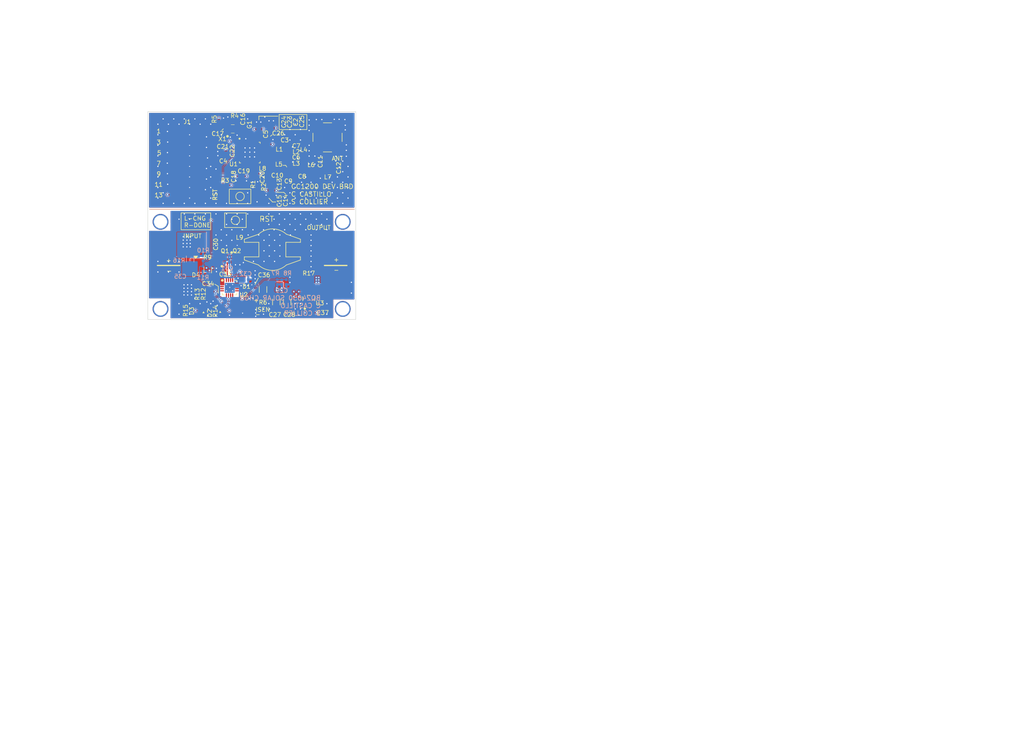
<source format=kicad_pcb>
(kicad_pcb (version 20221018) (generator pcbnew)
  (title_block (title "CC1200/MPPT Development Board") (rev "v1.0") (company "South Cascade Contracting") (comment 1 "Cameron Castillo"))
  (layers (0 "F.Cu" signal) (1 "In1.Cu" signal) (2 "In2.Cu" signal) (31 "B.Cu" signal) (34 "B.Paste" user) (35 "F.Paste" user) (36 "B.SilkS" user "B.Silkscreen") (37 "F.SilkS" user "F.Silkscreen") (38 "B.Mask" user) (39 "F.Mask" user) (44 "Edge.Cuts" user))
  (net 0 "")
  (net 1 "GND")
  (net 2 "DCPL_XOSC")
  (net 3 "/DCPL_PFD_CHP")
  (net 4 "/DCPL_VCO")
  (net 5 "/DCPL")
  (net 6 "/LFP1")
  (net 7 "/LFP0")
  (net 8 "LNA_P")
  (net 9 "/RX_IN")
  (net 10 "LNA_N")
  (net 11 "TRX_SW")
  (net 12 "/FILTER_IN")
  (net 13 "/PA_OUT")
  (net 14 "PA")
  (net 15 "/ANT_OUT_C")
  (net 16 "/ANT_OUT")
  (net 17 "/PA_PULLUP")
  (net 18 "+3.3V")
  (net 19 "TCXO")
  (net 20 "/TCXO_OUT")
  (net 21 "Net-(X1-VCC)")
  (net 22 "BAT_OUT_R")
  (net 23 "VFB")
  (net 24 "VIN_D")
  (net 25 "Net-(U2-BTST)")
  (net 26 "Net-(U2-PH)")
  (net 27 "Net-(U2-REGN)")
  (net 28 "Net-(U2-VCC)")
  (net 29 "Net-(U2-TERM_EN)")
  (net 30 "Net-(C35-Pad1)")
  (net 31 "SRP")
  (net 33 "Net-(D2-K)")
  (net 34 "Net-(D2-A)")
  (net 35 "Net-(D3-K)")
  (net 36 "Net-(D3-A)")
  (net 37 "VIN")
  (net 38 "SPI_CS")
  (net 39 "SPI_SCLK")
  (net 40 "SPI_SI")
  (net 41 "SPI_SO{slash}GPIO1")
  (net 42 "GPIO0")
  (net 43 "GPIO2")
  (net 44 "GPIO3")
  (net 45 "BAT_OUT")
  (net 46 "I_SENSE_OUT")
  (net 47 "BAT_TEMP")
  (net 48 "Net-(Q1-G)")
  (net 49 "Net-(Q2-G)")
  (net 50 "Net-(U1-RBIAS)")
  (net 51 "/RESET")
  (net 52 "MPPTSET_RST")
  (footprint "Resistor_SMD:R_0402_1005Metric_Pad0.72x0.64mm_HandSolder" (layer "F.Cu") (at 86.9944 86.3968 90)
    (fp_text reference "R13")
    (fp_text value "30.1k")
  )
  (footprint "Resistor_SMD:R_0402_1005Metric_Pad0.72x0.64mm_HandSolder" (layer "F.Cu") (at 93.3694 44.694)
    (fp_text reference "R4")
    (fp_text value "0")
  )
  (footprint "Capacitor_SMD:C_0402_1005Metric_Pad0.74x0.62mm_HandSolder" (layer "F.Cu") (at 88.9944 82.4968 -90)
    (fp_text reference "C33")
    (fp_text value "1u")
  )
  (footprint "Diode_custom:CDBA260-G" (layer "F.Cu") (at 83.8944 77.4968 -90)
    (fp_text reference "D4")
    (fp_text value "CDBA260-G")
  )
  (footprint "Resistor_SMD:R_0402_1005Metric_Pad0.72x0.64mm_HandSolder" (layer "F.Cu") (at 91.0694 60.194 180)
    (fp_text reference "R3")
    (fp_text value "10k")
  )
  (footprint "Capacitor_SMD:C_0603_1608Metric" (layer "F.Cu") (at 88.6944 77.5718 90)
    (fp_text reference "C30")
    (fp_text value "10u")
  )
  (footprint "TI_Custom:INA180A1IDBVR" (layer "F.Cu") (at 111.0944 87.4968 90)
    (fp_text reference "U3")
    (fp_text value "INA180A1")
  )
  (footprint "Inductor_SMD:L_0402_1005Metric_Pad0.77x0.64mm_HandSolder" (layer "F.Cu") (at 115.6068 56.134 90)
    (fp_text reference "L7")
    (fp_text value "18n")
  )
  (footprint "Resistor_SMD:R_1206_3216Metric" (layer "F.Cu") (at 86.7944 80.5968 -90)
    (fp_text reference "R9")
    (fp_text value "4.7")
  )
  (footprint "Inductor_SMD:L_0402_1005Metric_Pad0.77x0.64mm_HandSolder" (layer "F.Cu") (at 111.6952 56.6928)
    (fp_text reference "L6")
    (fp_text value "22n")
  )
  (footprint "Diode_custom:BAT54-7-F" (layer "F.Cu") (at 96.0648 82.3112 90)
    (fp_text reference "D1")
    (fp_text value "BAT54F")
  )
  (footprint "Capacitor_SMD:C_0402_1005Metric_Pad0.74x0.62mm_HandSolder" (layer "F.Cu") (at 99.5744 46.1368 90)
    (fp_text reference "C23")
    (fp_text value "47n")
  )
  (footprint "Connector_Custom:Small_pad_inout" (layer "F.Cu") (at 95.1944 90.9796)
    (fp_text reference "J5" hide)
    (fp_text value "GND")
  )
  (footprint "Inductor_custom:SRR1005-220Y" (layer "F.Cu") (at 102.348 75.692 180)
    (fp_text reference "L9")
    (fp_text value "22uH")
  )
  (footprint "Capacitor_SMD:C_1206_3216Metric" (layer "F.Cu") (at 103.2944 88.2968 -90)
    (fp_text reference "C27")
    (fp_text value "6.8u")
  )
  (footprint "Capacitor_SMD:C_0402_1005Metric_Pad0.74x0.62mm_HandSolder" (layer "F.Cu") (at 102.6694 59.594 -90)
    (fp_text reference "C13")
    (fp_text value "56p")
  )
  (footprint "Capacitor_SMD:C_0402_1005Metric_Pad0.74x0.62mm_HandSolder" (layer "F.Cu") (at 102.6694 62.0265 90)
    (fp_text reference "C14")
    (fp_text value "10n")
  )
  (footprint "Connector_PinHeader_2.54mm:PinHeader_2x07_P2.54mm_Vertical_SMD" (layer "F.Cu") (at 81.8694 54.894)
    (fp_text reference "J1")
    (fp_text value "INTERFACE")
  )
  (footprint "Resistor_SMD:R_0402_1005Metric_Pad0.72x0.64mm_HandSolder" (layer "F.Cu") (at 101.4694 59.6265 90)
    (fp_text reference "R2")
    (fp_text value "18")
  )
  (footprint "Connector_Custom:Small_pad_inout" (layer "F.Cu") (at 95.216 88.8968 180)
    (fp_text reference "J4" hide)
    (fp_text value "SIG")
  )
  (footprint "Capacitor_SMD:C_0402_1005Metric_Pad0.74x0.62mm_HandSolder" (layer "F.Cu") (at 98.7694 57.994 -90)
    (fp_text reference "C20")
    (fp_text value "47n")
  )
  (footprint "Capacitor_SMD:C_0402_1005Metric_Pad0.74x0.62mm_HandSolder" (layer "F.Cu") (at 116.826 56.134 -90)
    (fp_text reference "C12")
    (fp_text value "DNI")
  )
  (footprint "Capacitor_SMD:C_0402_1005Metric_Pad0.74x0.62mm_HandSolder" (layer "F.Cu") (at 101.4694 61.994 90)
    (fp_text reference "C15")
    (fp_text value "100p")
  )
  (footprint "Inductor_SMD:L_0402_1005Metric_Pad0.77x0.64mm_HandSolder" (layer "F.Cu") (at 102.6694 52.8468 -90)
    (fp_text reference "L1")
    (fp_text value "56n")
  )
  (footprint "Capacitor_SMD:C_0402_1005Metric_Pad0.74x0.62mm_HandSolder" (layer "F.Cu") (at 100.5694 50.094 -90)
    (fp_text reference "C5")
    (fp_text value "1.5n")
  )
  (footprint "Inductor_SMD:L_0402_1005Metric_Pad0.77x0.64mm_HandSolder" (layer "F.Cu") (at 109.5244 53.4268 -90)
    (fp_text reference "L4")
    (fp_text value "15n")
  )
  (footprint "Resistor_SMD:R_1206_3216Metric" (layer "F.Cu") (at 100.0944 85.2968 -90)
    (fp_text reference "R6")
    (fp_text value "0.8")
  )
  (footprint "Capacitor_SMD:C_0402_1005Metric_Pad0.74x0.62mm_HandSolder" (layer "F.Cu") (at 90.6369 52.094 180)
    (fp_text reference "C21")
    (fp_text value "47n")
  )
  (footprint "Capacitor_SMD:C_0402_1005Metric_Pad0.74x0.62mm_HandSolder" (layer "F.Cu") (at 103.7109 56.6928)
    (fp_text reference "C10")
    (fp_text value "39p")
  )
  (footprint "Pushbutton:PTS636 SL43 SMTR LFS" (layer "F.Cu") (at 93.458 68.6308 180)
    (fp_text reference "RST")
    (fp_text value "RST")
  )
  (footprint "Capacitor_SMD:C_0402_1005Metric_Pad0.74x0.62mm_HandSolder" (layer "F.Cu") (at 89.0944 87.5968 -90)
    (fp_text reference "C34")
    (fp_text value "1u")
  )
  (footprint "MOSFETs:PMPB55ENEA" (layer "F.Cu") (at 93.4594 77.7968 180)
    (fp_text reference "Q2")
    (fp_text value "PMPB55ENEA")
  )
  (footprint "Connector_Custom:InOut_Pads" (layer "F.Cu") (at 77.3944 79.4968 -90)
    (fp_text reference "J2" hide)
    (fp_text value "INPUT")
  )
  (footprint "Inductor_SMD:L_0402_1005Metric_Pad0.77x0.64mm_HandSolder" (layer "F.Cu") (at 105.9769 54.6218)
    (fp_text reference "L3")
    (fp_text value "27n")
  )
  (footprint "Connector_Custom:NPTH - 4-40" (layer "F.Cu") (at 119.2644 69.0118)
    (fp_text reference "REF**" hide)
    (fp_text value "NPTH - 4-40")
  )
  (footprint "" (layer "F.Cu") (at 119.2644 89.9668)
    (fp_text reference "")
    (fp_text value "")
  )
  (footprint "Connector_Custom:InOut_Pads" (layer "F.Cu") (at 117.564 79.502 -90)
    (fp_text reference "J3" hide)
    (fp_text value "OUTPUT")
  )
  (footprint "Resistor_SMD:R_0402_1005Metric_Pad0.72x0.64mm_HandSolder" (layer "F.Cu") (at 87.9944 86.3968 -90)
    (fp_text reference "R12")
    (fp_text value "5.23k")
  )
  (footprint "Capacitor_SMD:C_0402_1005Metric_Pad0.74x0.62mm_HandSolder" (layer "F.Cu") (at 98.1944 85.3968 90)
    (fp_text reference "C36")
    (fp_text value "0.1u")
  )
  (footprint "Resistor_SMD:R_0603_1608Metric" (layer "F.Cu") (at 110.9944 82.9968 180)
    (fp_text reference "R17")
    (fp_text value "0.1")
  )
  (footprint "TI_Custom:BQ24650" (layer "F.Cu") (at 92.0444 84.8468)
    (fp_text reference "U2")
    (fp_text value "BQ24650")
  )
  (footprint "Capacitor_SMD:C_0402_1005Metric_Pad0.74x0.62mm_HandSolder" (layer "F.Cu") (at 96.8644 47.7068 -90)
    (fp_text reference "C1")
    (fp_text value "47n")
  )
  (footprint "Capacitor_SMD:C_0402_1005Metric_Pad0.74x0.62mm_HandSolder" (layer "F.Cu") (at 94.2694 58.594 -90)
    (fp_text reference "C18")
    (fp_text value "47n")
  )
  (footprint "Pushbutton:PTS636 SL43 SMTR LFS" (layer "F.Cu") (at 94.5694 62.894 180)
    (fp_text reference "RST")
    (fp_text value "RST")
  )
  (footprint "Capacitor_SMD:C_0402_1005Metric_Pad0.74x0.62mm_HandSolder" (layer "F.Cu") (at 105.9769 53.4218)
    (fp_text reference "C6")
    (fp_text value "5.1p")
  )
  (footprint "Capacitor_SMD:C_0402_1005Metric_Pad0.74x0.62mm_HandSolder" (layer "F.Cu") (at 98.5644 46.1468 90)
    (fp_text reference "C24")
    (fp_text value "47n")
  )
  (footprint "Capacitor_SMD:C_0402_1005Metric_Pad0.74x0.62mm_HandSolder" (layer "F.Cu") (at 105.9769 51.0218)
    (fp_text reference "C7")
    (fp_text value "5.1p")
  )
  (footprint "TCXO_Custom:TG2520SMN" (layer "F.Cu") (at 92.8194 46.6465)
    (fp_text reference "X1")
    (fp_text value "40MHz")
  )
  (footprint "Inductor_SMD:L_0402_1005Metric_Pad0.77x0.64mm_HandSolder" (layer "F.Cu") (at 106.3104 56.6928)
    (fp_text reference "L5")
    (fp_text value "15n")
  )
  (footprint "Capacitor_SMD:C_0402_1005Metric_Pad0.74x0.62mm_HandSolder" (layer "F.Cu") (at 103.9344 49.5068 -90)
    (fp_text reference "C3")
    (fp_text value "10n")
  )
  (footprint "Capacitor_SMD:C_0402_1005Metric_Pad0.74x0.62mm_HandSolder" (layer "F.Cu") (at 101.5244 45.8768 -90)
    (fp_text reference "C2")
    (fp_text value "47n")
  )
  (footprint "Capacitor_SMD:C_0402_1005Metric_Pad0.74x0.62mm_HandSolder" (layer "F.Cu") (at 101.6694 49.794 90)
    (fp_text reference "C26")
    (fp_text value "47n")
  )
  (footprint "Capacitor_SMD:C_0402_1005Metric_Pad0.74x0.62mm_HandSolder" (layer "F.Cu") (at 95.4694 58.594 -90)
    (fp_text reference "C19")
    (fp_text value "47n")
  )
  (footprint "LED_Custom:MSAST105SB5104KFNA01" (layer "F.Cu") (at 89.7944 90.6968 90)
    (fp_text reference "D2")
    (fp_text value "GRN")
  )
  (footprint "Capacitor_SMD:C_0402_1005Metric_Pad0.74x0.62mm_HandSolder" (layer "F.Cu") (at 106.3104 57.9628)
    (fp_text reference "C9")
    (fp_text value "2.2p")
  )
  (footprint "MOSFETs:PMPB55ENEA" (layer "F.Cu") (at 90.8694 78.0218 -90)
    (fp_text reference "Q1")
    (fp_text value "PMPB55ENEA")
  )
  (footprint "Capacitor_SMD:C_0402_1005Metric_Pad0.74x0.62mm_HandSolder" (layer "F.Cu") (at 95.1044 46.8868 90)
    (fp_text reference "C16")
    (fp_text value "22p")
  )
  (footprint "Resistor_SMD:R_0402_1005Metric_Pad0.72x0.64mm_HandSolder" (layer "F.Cu") (at 97.5944 57.9968 90)
    (fp_text reference "R1")
    (fp_text value "56K")
  )
  (footprint "Inductor_SMD:L_0402_1005Metric_Pad0.77x0.64mm_HandSolder" (layer "F.Cu") (at 101.4694 56.5265 -90)
    (fp_text reference "L8")
    (fp_text value "56n")
  )
  (footprint "Capacitor_SMD:C_0402_1005Metric_Pad0.74x0.62mm_HandSolder" (layer "F.Cu") (at 111.5944 90.8968 180)
    (fp_text reference "C37")
    (fp_text value "0.1u")
  )
  (footprint "Resistor_SMD:R_0402_1005Metric_Pad0.72x0.64mm_HandSolder" (layer "F.Cu") (at 84.5944 90.9917 -90)
    (fp_text reference "R15")
    (fp_text value "2.2k")
  )
  (footprint "TI_Custom:CC1200" (layer "F.Cu") (at 96.9194 52.344)
    (fp_text reference "U1")
    (fp_text value "CC1200")
  )
  (footprint "Capacitor_SMD:C_0402_1005Metric_Pad0.74x0.62mm_HandSolder" (layer "F.Cu") (at 90.5944 45.3768 90)
    (fp_text reference "C17")
    (fp_text value "100n")
  )
  (footprint "SMA_COAX_Custom:CONSMA001-SMD-G_ALT" (layer "F.Cu") (at 115.6019 48.684)
    (fp_text reference "ANT")
    (fp_text value "SMA")
  )
  (footprint "Resistor_SMD:R_0402_1005Metric_Pad0.72x0.64mm_HandSolder" (layer "F.Cu") (at 89.4944 45.3568 90)
    (fp_text reference "R5")
    (fp_text value "0")
  )
  (footprint "Capacitor_SMD:C_0402_1005Metric_Pad0.74x0.62mm_HandSolder" (layer "F.Cu") (at 93.0144 49.2068 90)
    (fp_text reference "C22")
    (fp_text value "47n")
  )
  (footprint "" (layer "F.Cu") (at 75.4494 69.0118)
    (fp_text reference "")
    (fp_text value "")
  )
  (footprint "Capacitor_SMD:C_0402_1005Metric_Pad0.74x0.62mm_HandSolder" (layer "F.Cu") (at 109.5108 56.134 -90)
    (fp_text reference "C8")
    (fp_text value "5.1p")
  )
  (footprint "Capacitor_SMD:C_0402_1005Metric_Pad0.74x0.62mm_HandSolder" (layer "F.Cu") (at 102.6244 45.8768 90)
    (fp_text reference "C25")
    (fp_text value "47n")
  )
  (footprint "Capacitor_SMD:C_0402_1005Metric_Pad0.74x0.62mm_HandSolder" (layer "F.Cu") (at 90.6369 53.094)
    (fp_text reference "C4")
    (fp_text value "220n")
  )
  (footprint "Capacitor_SMD:C_0402_1005Metric_Pad0.74x0.62mm_HandSolder" (layer "F.Cu") (at 113.8796 57.3024 90)
    (fp_text reference "C11")
    (fp_text value "6.9p")
  )
  (footprint "LED_Custom:MSAST105SB5104KFNA01" (layer "F.Cu") (at 85.7944 90.7968 90)
    (fp_text reference "D3")
    (fp_text value "YEL")
  )
  (footprint "Capacitor_SMD:C_1206_3216Metric" (layer "F.Cu") (at 105.8944 88.2968 -90)
    (fp_text reference "C28")
    (fp_text value "4.7u")
  )
  (footprint "Inductor_SMD:L_0402_1005Metric_Pad0.77x0.64mm_HandSolder" (layer "F.Cu") (at 105.9769 52.2218)
    (fp_text reference "L2")
    (fp_text value "27n")
  )
  (footprint "Resistor_SMD:R_0402_1005Metric_Pad0.72x0.64mm_HandSolder" (layer "F.Cu") (at 90.9944 90.8943 -90)
    (fp_text reference "R14")
    (fp_text value "2.2k")
  )
  (footprint "" (layer "F.Cu") (at 75.4494 89.9668)
    (fp_text reference "")
    (fp_text value "")
  )
  (footprint "Resistor_SMD:R_0402_1005Metric_Pad0.72x0.64mm_HandSolder" (layer "B.Cu") (at 85.6944 77.7968 90)
    (fp_text reference "R10")
    (fp_text value "36k")
  )
  (footprint "Capacitor_SMD:C_0402_1005Metric_Pad0.74x0.62mm_HandSolder" (layer "B.Cu") (at 91.4444 78.7968)
    (fp_text reference "C31")
    (fp_text value "0.1u")
  )
  (footprint "Resistor_SMD:R_1206_3216Metric" (layer "B.Cu") (at 82.5644 77.9568 90)
    (fp_text reference "R16")
    (fp_text value "2")
  )
  (footprint "Capacitor_SMD:C_0402_1005Metric_Pad0.74x0.62mm_HandSolder" (layer "B.Cu") (at 95.9944 82.8968 180)
    (fp_text reference "C32")
    (fp_text value "1u")
  )
  (footprint "Capacitor_SMD:C_0402_1005Metric_Pad0.74x0.62mm_HandSolder" (layer "B.Cu") (at 104.5944 83.4968 90)
    (fp_text reference "C29")
    (fp_text value "22p")
  )
  (footprint "Resistor_SMD:R_0402_1005Metric_Pad0.72x0.64mm_HandSolder" (layer "B.Cu") (at 85.6944 80.2968 90)
    (fp_text reference "R11")
    (fp_text value "10k")
  )
  (footprint "Resistor_SMD:R_0402_1005Metric_Pad0.72x0.64mm_HandSolder" (layer "B.Cu") (at 103.4944 83.4968 -90)
    (fp_text reference "R7")
    (fp_text value "22k")
  )
  (footprint "Resistor_SMD:R_0402_1005Metric_Pad0.72x0.64mm_HandSolder" (layer "B.Cu") (at 105.6944 83.4943 90)
    (fp_text reference "R8")
    (fp_text value "30k")
  )
  (footprint "Capacitor_SMD:C_0603_1608Metric" (layer "B.Cu") (at 82.5644 82.0768 -90)
    (fp_text reference "C35")
    (fp_text value "2.2u")
  )
  (gr_line (start 72.8516 65.9792) (end 122.026 65.9792) (stroke (width 0.2)) (layer "B.SilkS"))
  (gr_line (start 101.8654 48.4124) (end 102.2972 48.0822) (stroke (width 0.1524)) (layer "F.SilkS"))
  (gr_line (start 88.505 84.0232) (end 89.3432 84.5312) (stroke (width 0.1524)) (layer "F.SilkS"))
  (gr_line (start 103.6688 43.5864) (end 99.0968 43.5864) (stroke (width 0.1524)) (layer "F.SilkS"))
  (gr_line (start 105.523 62.3062) (end 105.0912 61.9252) (stroke (width 0.1524)) (layer "F.SilkS"))
  (gr_line (start 99.0968 43.5864) (end 99.0968 44.4754) (stroke (width 0.1524)) (layer "F.SilkS"))
  (gr_circle (center 92.5444 76.3968) (end 92.7694 76.3968) (stroke (width 0.1524)) (fill solid) (layer "F.SilkS"))
  (gr_line (start 72.8516 65.9792) (end 122.026 65.9792) (stroke (width 0.2)) (layer "F.SilkS"))
  (gr_line (start 98.157 84.0994) (end 98.9698 82.5246) (stroke (width 0.1524)) (layer "F.SilkS"))
  (gr_line (start 102.3734 64.2366) (end 101.5098 63.3222) (stroke (width 0.1524)) (layer "F.SilkS"))
  (gr_rect (start 103.9736 43.18) (end 110.6284 46.8122) (stroke (width 0.1524)) (fill none) (layer "F.SilkS"))
  (gr_line (start 105.5484 55.4228) (end 105.8024 55.8038) (stroke (width 0.1524)) (layer "F.SilkS"))
  (gr_rect (start 80.4024 66.8528) (end 87.5144 70.9168) (stroke (width 0.1524)) (fill none) (layer "F.SilkS"))
  (gr_line (start 104.9134 55.4228) (end 105.5484 55.4228) (stroke (width 0.1524)) (layer "F.SilkS"))
  (gr_line (start 89.3432 84.5312) (end 89.3432 86.2076) (stroke (width 0.1524)) (layer "F.SilkS"))
  (gr_line (start 90.208903 46.982297) (end 90.5544 46.6368) (stroke (width 0.1524)) (layer "F.SilkS"))
  (gr_circle (center 90.1944 79.6968) (end 90.4194 79.6968) (stroke (width 0.1524)) (fill solid) (layer "F.SilkS"))
  (gr_line (start 105.0912 61.9252) (end 103.491 61.9252) (stroke (width 0.1524)) (layer "F.SilkS"))
  (gr_line (start 103.1608 64.2366) (end 102.3734 64.2366) (stroke (width 0.1524)) (layer "F.SilkS"))
  (gr_rect (start 72.3944 42.4968) (end 122.3944 92.4968) (stroke (width 0.1)) (fill none) (layer "Edge.Cuts"))
  (gr_text "BQ24650 SOLAR CHGR\nC CASTILLO\nS COLLIER" (at 114.0828 91.694) (layer "B.SilkS") (effects (font (size 1.143 1.143) (thickness 0.1524)) (justify left bottom mirror)))
  (gr_text "L-CHG\nR-DONE\n" (at 81.0374 70.4088) (layer "F.SilkS") (effects (font (size 1.016 1.016) (thickness 0.1524) bold) (justify left bottom)))
  (gr_text "+" (at 76.6944 78.8968) (layer "F.SilkS") (effects (font (size 1.016 1.016) (thickness 0.1524)) (justify left bottom)))
  (gr_text "5" (at 74.5604 53.0098) (layer "F.SilkS") (effects (font (size 1.016 1.016) (thickness 0.1524) bold) (justify left bottom)))
  (gr_text "13" (at 73.9254 63.1698) (layer "F.SilkS") (effects (font (size 1.016 1.016) (thickness 0.1524)) (justify left bottom)))
  (gr_text "+" (at 116.9944 78.6968) (layer "F.SilkS") (effects (font (size 1.016 1.016) (thickness 0.1524)) (justify left bottom)))
  (gr_text "-\n" (at 116.9944 81.1968) (layer "F.SilkS") (effects (font (size 1.016 1.016) (thickness 0.1524) bold) (justify left bottom)))
  (gr_text "9" (at 74.4334 58.0898) (layer "F.SilkS") (effects (font (size 1.016 1.016) (thickness 0.1524) bold) (justify left bottom)))
  (gr_text "INPUT\n" (at 80.8088 73.025) (layer "F.SilkS") (effects (font (size 1.016 1.016) (thickness 0.1524)) (justify left bottom)))
  (gr_text "ISEN" (at 98.2078 90.7288) (layer "F.SilkS") (effects (font (size 1.016 1.016) (thickness 0.1524)) (justify left bottom)))
  (gr_text "7" (at 74.4334 55.5498) (layer "F.SilkS") (effects (font (size 1.016 1.016) (thickness 0.1524) bold) (justify left bottom)))
  (gr_text "+\n" (at 97.7444 88.4968) (layer "F.SilkS") (effects (font (size 1.016 1.016) (thickness 0.1524)) (justify left bottom)))
  (gr_text "3" (at 74.4334 50.4698) (layer "F.SilkS") (effects (font (size 1.016 1.016) (thickness 0.1524) bold) (justify left bottom)))
  (gr_text "-\n" (at 76.7944 81.3968) (layer "F.SilkS") (effects (font (size 1.016 1.016) (thickness 0.1524)) (justify left bottom)))
  (gr_text "OUTPUT\n" (at 110.5776 70.993) (layer "F.SilkS") (effects (font (size 1 1)) (justify left bottom)))
  (gr_text "11" (at 73.9254 60.6298) (layer "F.SilkS") (effects (font (size 1.016 1.016) (thickness 0.1524)) (justify left bottom)))
  (gr_text "CC1200 DEV BRD\nC CASTILLO\nS COLLIER" (at 106.7544 64.8668) (layer "F.SilkS") (effects (font (size 1.143 1.143) (thickness 0.1524) bold) (justify left bottom)))
  (gr_text "-" (at 98.0944 91.8718) (layer "F.SilkS") (effects (font (size 1.016 1.016) (thickness 0.1524)) (justify left bottom)))
  (gr_text "1" (at 74.4334 47.8028) (layer "F.SilkS") (effects (font (size 1.016 1.016) (thickness 0.1524) bold) (justify left bottom)))
  (segment (start 102.602 44.704) (end 102.6244 44.6816) (width 0.381) (layer "F.Cu") (net 1))
  (segment (start 93.6768 59.1615) (end 93.6817 59.1615) (width 0.381) (layer "F.Cu") (net 1))
  (segment (start 101.5352 44.704) (end 101.5244 44.6932) (width 0.381) (layer "F.Cu") (net 1))
  (segment (start 93.8694 47.3465) (end 93.8644 48.1568) (width 0.5842) (layer "F.Cu") (net 1))
  (segment (start 77.2944 59.974) (end 77.2972 59.974) (width 0.381) (layer "F.Cu") (net 1))
  (segment (start 94.2694 59.1615) (end 93.6866 59.1615) (width 0.381) (layer "F.Cu") (net 1))
  (segment (start 77.12 57.434) (end 77.1372 57.434) (width 0.381) (layer "F.Cu") (net 1))
  (segment (start 77.1244 47.274) (end 77.1316 47.274) (width 0.381) (layer "F.Cu") (net 1))
  (segment (start 107.2248 54.61) (end 107.2366 54.6218) (width 0.381) (layer "F.Cu") (net 1))
  (segment (start 93.0144 48.6393) (end 92.2344 48.6268) (width 0.381) (layer "F.Cu") (net 1))
  (segment (start 98.6694 64.1918) (end 98.6644 64.1968) (width 0.381) (layer "F.Cu") (net 1))
  (segment (start 95.9472 49.022) (end 95.944 49.0252) (width 0.2032) (layer "F.Cu") (net 1))
  (segment (start 99.554 45.0088) (end 99.5744 44.9884) (width 0.381) (layer "F.Cu") (net 1))
  (segment (start 96.1694 49.1934) (end 96.0012 49.0252) (width 0.2032) (layer "F.Cu") (net 1))
  (segment (start 98.5644 45.5793) (end 98.538 45.0088) (width 0.381) (layer "F.Cu") (net 1))
  (segment (start 96.0012 49.0252) (end 95.9504 49.0252) (width 0.2032) (layer "F.Cu") (net 1))
  (segment (start 77.1388 47.274) (end 77.1144 47.2668) (width 0.381) (layer "F.Cu") (net 1))
  (segment (start 93.8644 48.1568) (end 93.8694 48.0318) (width 0.381) (layer "F.Cu") (net 1))
  (segment (start 77.1044 54.894) (end 77.1072 54.894) (width 0.381) (layer "F.Cu") (net 1))
  (segment (start 96.125 59.1566) (end 96.1201 59.1615) (width 0.381) (layer "F.Cu") (net 1))
  (segment (start 96.1694 49.944) (end 96.1694 49.1934) (width 0.2032) (layer "F.Cu") (net 1))
  (segment (start 106.5444 51.0218) (end 107.1554 51.0218) (width 0.381) (layer "F.Cu") (net 1))
  (segment (start 106.5494 54.6218) (end 107.213 54.6218) (width 0.381) (layer "F.Cu") (net 1))
  (segment (start 102.3744 49.2265) (end 102.3647 49.2265) (width 0.381) (layer "F.Cu") (net 1))
  (segment (start 89.2244 52.094) (end 89.2316 52.094) (width 0.381) (layer "F.Cu") (net 1))
  (segment (start 97.5944 58.5943) (end 97.6044 59.4068) (width 0.381) (layer "F.Cu") (net 1))
  (segment (start 79.3444 57.434) (end 77.1544 57.434) (width 0.381) (layer "F.Cu") (net 1))
  (segment (start 77.1144 47.2668) (end 77.1244 47.274) (width 0.381) (layer "F.Cu") (net 1))
  (segment (start 89.27 53.094) (end 89.2772 53.094) (width 0.381) (layer "F.Cu") (net 1))
  (segment (start 102.6244 45.3093) (end 102.602 44.704) (width 0.381) (layer "F.Cu") (net 1))
  (segment (start 95.6694 49.2522) (end 95.8964 49.0252) (width 0.2032) (layer "F.Cu") (net 1))
  (segment (start 79.3444 47.274) (end 77.1388 47.274) (width 0.381) (layer "F.Cu") (net 1))
  (segment (start 79.3444 54.894) (end 77.11 54.894) (width 0.381) (layer "F.Cu") (net 1))
  (segment (start 89.2844 53.094) (end 89.2344 53.0868) (width 0.381) (layer "F.Cu") (net 1))
  (segment (start 107.2366 54.6218) (end 107.2444 54.6218) (width 0.381) (layer "F.Cu") (net 1))
  (segment (start 77.19 49.814) (end 77.1644 49.8168) (width 0.381) (layer "F.Cu") (net 1))
  (segment (start 95.4694 59.1615) (end 96.125 59.1566) (width 0.381) (layer "F.Cu") (net 1))
  (segment (start 79.3444 59.974) (end 77.3 59.974) (width 0.381) (layer "F.Cu") (net 1))
  (segment (start 89.2388 52.094) (end 89.2044 52.0868) (width 0.381) (layer "F.Cu") (net 1))
  (segment (start 77.3 59.974) (end 77.1644 59.9768) (width 0.381) (layer "F.Cu") (net 1))
  (segment (start 79.3444 49.814) (end 77.19 49.814) (width 0.381) (layer "F.Cu") (net 1))
  (segment (start 111.0944 90.8293) (end 111.0269 90.8968) (width 0.381) (layer "F.Cu") (net 1))
  (segment (start 111.0269 90.8968) (end 110.1944 90.8968) (width 0.381) (layer "F.Cu") (net 1))
  (segment (start 77.0844 54.8968) (end 77.1044 54.894) (width 0.381) (layer "F.Cu") (net 1))
  (segment (start 90.0694 53.094) (end 89.2844 53.094) (width 0.381) (layer "F.Cu") (net 1))
  (segment (start 98.6694 62.894) (end 98.6694 64.1918) (width 0.381) (layer "F.Cu") (net 1))
  (segment (start 77.1644 49.8168) (end 77.1844 49.814) (width 0.381) (layer "F.Cu") (net 1))
  (segment (start 98.538 45.0088) (end 98.5644 44.9824) (width 0.381) (layer "F.Cu") (net 1))
  (segment (start 107.1926 51.0218) (end 107.2344 51.0218) (width 0.381) (layer "F.Cu") (net 1))
  (segment (start 101.5244 44.6932) (end 101.5244 44.664) (width 0.381) (layer "F.Cu") (net 1))
  (segment (start 79.3444 52.354) (end 77.1144 52.3468) (width 0.381) (layer "F.Cu") (net 1))
  (segment (start 107.174 51.0032) (end 107.1926 51.0218) (width 0.381) (layer "F.Cu") (net 1))
  (segment (start 77.1144 57.4168) (end 77.12 57.434) (width 0.381) (layer "F.Cu") (net 1))
  (segment (start 99.5744 45.5693) (end 99.554 45.0088) (width 0.381) (layer "F.Cu") (net 1))
  (segment (start 93.6104 59.1566) (end 93.6768 59.1615) (width 0.381) (layer "F.Cu") (net 1))
  (segment (start 89.2044 52.0868) (end 89.2244 52.094) (width 0.381) (layer "F.Cu") (net 1))
  (segment (start 90.0694 52.094) (end 89.2388 52.094) (width 0.381) (layer "F.Cu") (net 1))
  (segment (start 98.6644 64.1968) (end 98.6694 64.2018) (width 0.381) (layer "F.Cu") (net 1))
  (segment (start 97.6044 59.4068) (end 97.5944 59.4168) (width 0.381) (layer "F.Cu") (net 1))
  (segment (start 101.5244 44.7148) (end 101.5352 44.704) (width 0.381) (layer "F.Cu") (net 1))
  (segment (start 77.1144 52.3468) (end 77.1072 52.354) (width 0.381) (layer "F.Cu") (net 1))
  (segment (start 92.2344 48.6268) (end 92.2269 48.6393) (width 0.381) (layer "F.Cu") (net 1))
  (segment (start 77.11 54.894) (end 77.0844 54.8968) (width 0.381) (layer "F.Cu") (net 1))
  (segment (start 90.5944 44.0568) (end 90.5944 44.1768) (width 0.381) (layer "F.Cu") (net 1))
  (segment (start 95.944 49.0252) (end 95.8964 49.0252) (width 0.2032) (layer "F.Cu") (net 1))
  (segment (start 101.6694 49.2265) (end 102.355 49.2265) (width 0.381) (layer "F.Cu") (net 1))
  (segment (start 93.6866 59.1615) (end 93.6104 59.1566) (width 0.381) (layer "F.Cu") (net 1))
  (segment (start 98.6694 64.2018) (end 98.6694 64.2418) (width 0.381) (layer "F.Cu") (net 1))
  (segment (start 90.5944 44.8093) (end 90.5944 44.0568) (width 0.5842) (layer "F.Cu") (net 1))
  (segment (start 77.1544 57.434) (end 77.1144 57.4168) (width 0.381) (layer "F.Cu") (net 1))
  (segment (start 95.9504 49.0252) (end 95.9472 49.022) (width 0.2032) (layer "F.Cu") (net 1))
  (segment (start 102.4744 49.2168) (end 102.3744 49.2265) (width 0.381) (layer "F.Cu") (net 1))
  (segment (start 107.1554 51.0218) (end 107.174 51.0032) (width 0.381) (layer "F.Cu") (net 1))
  (segment (start 98.7694 58.5615) (end 98.8044 59.3668) (width 0.381) (layer "F.Cu") (net 1))
  (segment (start 111.0944 88.7968) (end 111.0944 90.8293) (width 0.381) (layer "F.Cu") (net 1))
  (segment (start 107.213 54.6218) (end 107.2248 54.61) (width 0.381) (layer "F.Cu") (net 1))
  (segment (start 95.6694 49.944) (end 95.6694 49.2522) (width 0.2032) (layer "F.Cu") (net 1))
  (segment (start 77.1844 49.814) (end 77.1872 49.814) (width 0.381) (layer "F.Cu") (net 1))
  (segment (start 89.2344 53.0868) (end 89.27 53.094) (width 0.381) (layer "F.Cu") (net 1))
  (segment (start 98.8044 59.3668) (end 98.7694 59.3718) (width 0.381) (layer "F.Cu") (net 1))
  (segment (start 77.1644 59.9768) (end 77.2944 59.974) (width 0.381) (layer "F.Cu") (net 1))
  (segment (start 102.355 49.2265) (end 102.4744 49.2168) (width 0.381) (layer "F.Cu") (net 1))
  (segment (start 101.5244 45.3093) (end 101.5244 44.7148) (width 0.381) (layer "F.Cu") (net 1))
  (via (at 109.1044 67.1068) (size 0.7) (drill 0.3) (layers "F.Cu" "B.Cu") (net 1))
  (via (at 90.0544 73.4568) (size 0.7) (drill 0.3) (layers "F.Cu" "B.Cu") (net 1))
  (via (at 116.0894 58.2168) (size 0.7) (drill 0.3) (layers "F.Cu" "B.Cu") (net 1))
  (via (at 97.6044 59.4068) (size 0.7) (drill 0.3) (layers "F.Cu" "B.Cu") (net 1))
  (via (at 84.9744 68.3768) (size 0.7) (drill 0.3) (layers "F.Cu" "B.Cu") (net 1))
  (via (at 87.5144 60.7568) (size 0.7) (drill 0.3) (layers "F.Cu" "B.Cu") (net 1))
  (via (at 120.5344 63.2968) (size 0.7) (drill 0.3) (layers "F.Cu" "B.Cu") (net 1))
  (via (at 119.874 45.7708) (size 0.7) (drill 0.3) (layers "F.Cu" "B.Cu") (net 1))
  (via (at 76.0844 62.0268) (size 0.7) (drill 0.3) (layers "F.Cu" "B.Cu") (net 1))
  (via (at 74.8144 81.0768) (size 0.7) (drill 0.3) (layers "F.Cu" "B.Cu") (net 1))
  (via (at 81.9772 86.614) (size 0.7) (drill 0.3) (layers "F.Cu" "B.Cu") (net 1))
  (via (at 104.1444 74.7168) (size 0.7) (drill 0.3) (layers "F.Cu" "B.Cu") (net 1))
  (via (at 90.5944 44.0568) (size 0.7) (drill 0.3) (layers "F.Cu" "B.Cu") (net 1))
  (via (at 86.4984 48.5648) (size 0.7) (drill 0.3) (layers "F.Cu" "B.Cu") (net 1))
  (via (at 112.5588 55.118) (size 0.7) (drill 0.3) (layers "F.Cu" "B.Cu") (net 1))
  (via (at 111.1872 44.5008) (size 0.7) (drill 0.3) (layers "F.Cu" "B.Cu") (net 1))
  (via (at 74.8144 45.5168) (size 0.7) (drill 0.3) (layers "F.Cu" "B.Cu") (net 1))
  (via (at 100.3344 75.9868) (size 0.7) (drill 0.3) (layers "F.Cu" "B.Cu") (net 1))
  (via (at 101.4844 67.1068) (size 0.7) (drill 0.3) (layers "F.Cu" "B.Cu") (net 1))
  (via (at 105.2944 60.7568) (size 0.7) (drill 0.3) (layers "F.Cu" "B.Cu") (net 1))
  (via (at 106.5644 69.6468) (size 0.7) (drill 0.3) (layers "F.Cu" "B.Cu") (net 1))
  (via (at 91.3244 67.1068) (size 0.7) (drill 0.3) (layers "F.Cu" "B.Cu") (net 1))
  (via (at 88.0944 88.0968) (size 0.7) (drill 0.3) (layers "F.Cu" "B.Cu") (net 1))
  (via (at 77.3544 45.5168) (size 0.7) (drill 0.3) (layers "F.Cu" "B.Cu") (net 1))
  (via (at 86.2444 67.1068) (size 0.7) (drill 0.3) (layers "F.Cu" "B.Cu") (net 1))
  (via (at 105.2944 70.9168) (size 0.7) (drill 0.3) (layers "F.Cu" "B.Cu") (net 1))
  (via (at 120.128 50.4952) (size 0.7) (drill 0.3) (layers "F.Cu" "B.Cu") (net 1))
  (via (at 117.588 54.356) (size 0.7) (drill 0.3) (layers "F.Cu" "B.Cu") (net 1))
  (via (at 92.5944 68.3768) (size 0.7) (drill 0.3) (layers "F.Cu" "B.Cu") (net 1))
  (via (at 104.0244 69.6468) (size 0.7) (drill 0.3) (layers "F.Cu" "B.Cu") (net 1))
  (via (at 98.1944 82.6968) (size 0.7) (drill 0.3) (layers "F.Cu" "B.Cu") (net 1))
  (via (at 119.2644 54.4068) (size 0.7) (drill 0.3) (layers "F.Cu" "B.Cu") (net 1))
  (via (at 77.3544 78.5368) (size 0.7) (drill 0.3) (layers "F.Cu" "B.Cu") (net 1))
  (via (at 88.7944 89.9968) (size 0.7) (drill 0.3) (layers "F.Cu" "B.Cu") (net 1))
  (via (at 81.0944 85.7968) (size 0.7) (drill 0.3) (layers "F.Cu" "B.Cu") (net 1))
  (via (at 120.5344 55.6768) (size 0.7) (drill 0.3) (layers "F.Cu" "B.Cu") (net 1))
  (via (at 103.2624 62.6364) (size 0.7) (drill 0.3) (layers "F.Cu" "B.Cu") (net 1))
  (via (at 77.1144 52.3468) (size 0.7) (drill 0.3) (layers "F.Cu" "B.Cu") (net 1))
  (via (at 112.9144 60.7568) (size 0.7) (drill 0.3) (layers "F.Cu" "B.Cu") (net 1))
  (via (at 111.1872 50.5968) (size 0.7) (drill 0.3) (layers "F.Cu" "B.Cu") (net 1))
  (via (at 100.2144 58.2168) (size 0.7) (drill 0.3) (layers "F.Cu" "B.Cu") (net 1))
  (via (at 115.4544 88.6968) (size 0.7) (drill 0.3) (layers "F.Cu" "B.Cu") (net 1))
  (via (at 74.8144 63.2968) (size 0.7) (drill 0.3) (layers "F.Cu" "B.Cu") (net 1))
  (via (at 111.6444 77.2668) (size 0.7) (drill 0.3) (layers "F.Cu" "B.Cu") (net 1))
  (via (at 116.7244 64.5668) (size 0.7) (drill 0.3) (layers "F.Cu" "B.Cu") (net 1))
  (via (at 110.3744 63.2968) (size 0.7) (drill 0.3) (layers "F.Cu" "B.Cu") (net 1))
  (via (at 93.8644 64.5668) (size 0.7) (drill 0.3) (layers "F.Cu" "B.Cu") (net 1))
  (via (at 103.8974 47.9298) (size 0.7) (drill 0.3) (layers "F.Cu" "B.Cu") (net 1))
  (via (at 79.8944 88.6968) (size 0.7) (drill 0.3) (layers "F.Cu" "B.Cu") (net 1))
  (via (at 98.538 45.0088) (size 0.7) (drill 0.3) (layers "F.Cu" "B.Cu") (net 1))
  (via (at 111.6444 73.4568) (size 0.7) (drill 0.3) (layers "F.Cu" "B.Cu") (net 1))
  (via (at 93.8644 67.1068) (size 0.7) (drill 0.3) (layers "F.Cu" "B.Cu") (net 1))
  (via (at 97.6744 60.7568) (size 0.7) (drill 0.3) (layers "F.Cu" "B.Cu") (net 1))
  (via (at 89.2044 52.0868) (size 0.7) (drill 0.3) (layers "F.Cu" "B.Cu") (net 1))
  (via (at 89.2344 53.0868) (size 0.7) (drill 0.3) (layers "F.Cu" "B.Cu") (net 1))
  (via (at 95.3694 78.8218) (size 0.7) (drill 0.3) (layers "F.Cu" "B.Cu") (net 1))
  (via (at 82.4344 45.5168) (size 0.7) (drill 0.3) (layers "F.Cu" "B.Cu") (net 1))
  (via (at 106.5644 46.7868) (size 0.7) (drill 0.3) (layers "F.Cu" "B.Cu") (net 1))
  (via (at 87.5144 58.2168) (size 0.7) (drill 0.3) (layers "F.Cu" "B.Cu") (net 1))
  (via (at 82.4344 91.2368) (size 0.7) (drill 0.3) (layers "F.Cu" "B.Cu") (net 1))
  (via (at 88.7844 56.3118) (size 0.7) (drill 0.3) (layers "F.Cu" "B.Cu") (net 1))
  (via (at 110.3744 60.7568) (size 0.7) (drill 0.3) (layers "F.Cu" "B.Cu") (net 1))
  (via (at 98.0554 53.3908) (size 0.7) (drill 0.3) (layers "F.Cu" "B.Cu") (net 1))
  (via (at 95.7694 52.2478) (size 0.7) (drill 0.3) (layers "F.Cu" "B.Cu") (net 1))
  (via (at 88.8944 80.9968) (size 0.7) (drill 0.3) (layers "F.Cu" "B.Cu") (net 1))
  (via (at 94.7788 86.3092) (size 0.6) (drill 0.25) (layers "F.Cu" "B.Cu") (net 1))
  (via (at 110.3744 70.9168) (size 0.7) (drill 0.3) (layers "F.Cu" "B.Cu") (net 1))
  (via (at 97.6744 70.9168) (size 0.7) (drill 0.3) (layers "F.Cu" "B.Cu") (net 1))
  (via (at 97.6744 87.4268) (size 0.7) (drill 0.3) (layers "F.Cu" "B.Cu") (net 1))
  (via (at 95.6424 84.3788) (size 0.7) (drill 0.3) (layers "F.Cu" "B.Cu") (net 1))
  (via (at 82.4344 53.1368) (size 0.6) (drill 0.25) (layers "F.Cu" "B.Cu") (net 1))
  (via (at 115.4544 63.2968) (size 0.7) (drill 0.3) (layers "F.Cu" "B.Cu") (net 1))
  (via (at 82.4344 60.7568) (size 0.6) (drill 0.25) (layers "F.Cu" "B.Cu") (net 1))
  (via (at 106.5644 82.3468) (size 0.7) (drill 0.3) (layers "F.Cu" "B.Cu") (net 1))
  (via (at 82.4344 68.3768) (size 0.7) (drill 0.3) (layers "F.Cu" "B.Cu") (net 1))
  (via (at 88.7844 62.0268) (size 0.7) (drill 0.3) (layers "F.Cu" "B.Cu") (net 1))
  (via (at 105.2944 68.3768) (size 0.7) (drill 0.3) (layers "F.Cu" "B.Cu") (net 1))
  (via (at 86.5944 88.2968) (size 0.7) (drill 0.3) (layers "F.Cu" "B.Cu") (net 1))
  (via (at 111.6444 62.0268) (size 0.7) (drill 0.3) (layers "F.Cu" "B.Cu") (net 1))
  (via (at 98.8044 59.3668) (size 0.7) (drill 0.3) (layers "F.Cu" "B.Cu") (net 1))
  (via (at 81.9772 84.156) (size 0.7) (drill 0.3) (layers "F.Cu" "B.Cu") (net 1))
  (via (at 109.1044 62.0268) (size 0.7) (drill 0.3) (layers "F.Cu" "B.Cu") (net 1))
  (via (at 109.1044 64.5668) (size 0.7) (drill 0.3) (layers "F.Cu" "B.Cu") (net 1))
  (via (at 77.1144 57.4168) (size 0.7) (drill 0.3) (layers "F.Cu" "B.Cu") (net 1))
  (via (at 96.9124 52.2478) (size 0.7) (drill 0.3) (layers "F.Cu" "B.Cu") (net 1))
  (via (at 91.2944 85.5968) (size 0.6) (drill 0.25) (layers "F.Cu" "B.Cu") (net 1))
  (via (at 78.6244 64.5668) (size 0.7) (drill 0.3) (layers "F.Cu" "B.Cu") (net 1))
  (via (at 114.2352 44.3992) (size 0.7) (drill 0.3) (layers "F.Cu" "B.Cu") (net 1))
  (via (at 109.1044 49.3268) (size 0.7) (drill 0.3) (layers "F.Cu" "B.Cu") (net 1))
  (via (at 84.9744 88.6968) (size 0.7) (drill 0.3) (layers "F.Cu" "B.Cu") (net 1))
  (via (at 74.8144 78.5368) (size 0.7) (drill 0.3) (layers "F.Cu" "B.Cu") (net 1))
  (via (at 98.1944 80.7968) (size 0.7) (drill 0.3) (layers "F.Cu" "B.Cu") (net 1))
  (via (at 87.5144 88.6968) (size 0.7) (drill 0.3) (layers "F.Cu" "B.Cu") (net 1))
  (via (at 102.8744 78.5268) (size 0.7) (drill 0.3) (layers "F.Cu" "B.Cu") (net 1))
  (via (at 104.1444 77.2568) (size 0.7) (drill 0.3) (layers "F.Cu" "B.Cu") (net 1))
  (via (at 92.0356 91.4908) (size 0.7) (drill 0.3) (layers "F.Cu" "B.Cu") (net 1))
  (via (at 99.0644 72.1768) (size 0.7) (drill 0.3) (layers "F.Cu" "B.Cu") (net 1))
  (via (at 81.1644 67.1068) (size 0.7) (drill 0.3) (layers "F.Cu" "B.Cu") (net 1))
  (via (at 107.8344 63.2968) (size 0.7) (drill 0.3) (layers "F.Cu" "B.Cu") (net 1))
  (via (at 113.9812 53.1876) (size 0.7) (drill 0.3) (layers "F.Cu" "B.Cu") (net 1))
  (via (at 100.2144 91.2368) (size 0.7) (drill 0.3) (layers "F.Cu" "B.Cu") (net 1))
  (via (at 106.5644 67.1068) (size 0.7) (drill 0.3) (layers "F.Cu" "B.Cu") (net 1))
  (via (at 86.2444 44.2468) (size 0.7) (drill 0.3) (layers "F.Cu" "B.Cu") (net 1))
  (via (at 93.8644 69.6468) (size 0.7) (drill 0.3) (layers "F.Cu" "B.Cu") (net 1))
  (via (at 119.2644 64.5668) (size 0.7) (drill 0.3) (layers "F.Cu" "B.Cu") (net 1))
  (via (at 104.0244 67.1068) (size 0.7) (drill 0.3) (layers "F.Cu" "B.Cu") (net 1))
  (via (at 106.5644 62.0268) (size 0.7) (drill 0.3) (layers "F.Cu" "B.Cu") (net 1))
  (via (at 79.8944 81.0768) (size 0.7) (drill 0.3) (layers "F.Cu" "B.Cu") (net 1))
  (via (at 95.7694 51.2318) (size 0.7) (drill 0.3) (layers "F.Cu" "B.Cu") (net 1))
  (via (at 107.8344 68.3768) (size 0.7) (drill 0.3) (layers "F.Cu" "B.Cu") (net 1))
  (via (at 121.3472 86.1568) (size 0.7) (drill 0.3) (layers "F.Cu" "B.Cu") (net 1))
  (via (at 98.0554 51.2318) (size 0.7) (drill 0.3) (layers "F.Cu" "B.Cu") (net 1))
  (via (at 116.7244 62.0268) (size 0.7) (drill 0.3) (layers "F.Cu" "B.Cu") (net 1))
  (via (at 74.8144 60.7568) (size 0.7) (drill 0.3) (layers "F.Cu" "B.Cu") (net 1))
  (via (at 82.8916 85.8012) (size 0.7) (drill 0.3) (layers "F.Cu" "B.Cu") (net 1))
  (via (at 119.2644 56.9468) (size 0.7) (drill 0.3) (layers "F.Cu" "B.Cu") (net 1))
  (via (at 79.8944 45.5168) (size 0.7) (drill 0.3) (layers "F.Cu" "B.Cu") (net 1))
  (via (at 102.8744 75.9868) (size 0.7) (drill 0.3) (layers "F.Cu" "B.Cu") (net 1))
  (via (at 115.4544 91.2368) (size 0.7) (drill 0.3) (layers "F.Cu" "B.Cu") (net 1))
  (via (at 111.6444 59.4868) (size 0.7) (drill 0.3) (layers "F.Cu" "B.Cu") (net 1))
  (via (at 76.0844 44.2468) (size 0.7) (drill 0.3) (layers "F.Cu" "B.Cu") (net 1))
  (via (at 96.125 59.1566) (size 0.7) (drill 0.3) (layers "F.Cu" "B.Cu") (net 1))
  (via (at 98.3348 90.932) (size 0.7) (drill 0.3) (layers "F.Cu" "B.Cu") (net 1))
  (via (at 117.9944 63.2968) (size 0.7) (drill 0.3) (layers "F.Cu" "B.Cu") (net 1))
  (via (at 109.1044 89.9668) (size 0.7) (drill 0.3) (layers "F.Cu" "B.Cu") (net 1))
  (via (at 120.128 53.2384) (size 0.7) (drill 0.3) (layers "F.Cu" "B.Cu") (net 1))
  (via (at 114.1844 69.6468) (size 0.7) (drill 0.3) (layers "F.Cu" "B.Cu") (net 1))
  (via (at 81.9772 84.9884) (size 0.7) (drill 0.3) (layers "F.Cu" "B.Cu") (net 1))
  (via (at 110.3744 68.3768) (size 0.7) (drill 0.3) (layers "F.Cu" "B.Cu") (net 1))
  (via (at 111.1872 45.7708) (size 0.7) (drill 0.3) (layers "F.Cu" "B.Cu") (net 1))
  (via (at 112.9144 68.3768) (size 0.7) (drill 0.3) (layers "F.Cu" "B.Cu") (net 1))
  (via (at 102.7544 70.9168) (size 0.7) (drill 0.3) (layers "F.Cu" "B.Cu") (net 1))
  (via (at 81.0944 86.5968) (size 0.7) (drill 0.3) (layers "F.Cu" "B.Cu") (net 1))
  (via (at 114.1844 62.0268) (size 0.7) (drill 0.3) (layers "F.Cu" "B.Cu") (net 1))
  (via (at 120.5344 58.2168) (size 0.7) (drill 0.3) (layers "F.Cu" "B.Cu") (net 1))
  (via (at 92.7944 84.0968) (size 0.6) (drill 0.25) (layers "F.Cu" "B.Cu") (net 1))
  (via (at 86.4984 51.1048) (size 0.7) (drill 0.3) (layers "F.Cu" "B.Cu") (net 1))
  (via (at 99.554 45.0088) (size 0.7) (drill 0.3) (layers "F.Cu" "B.Cu") (net 1))
  (via (at 118.8072 53.2384) (size 0.7) (drill 0.3) (layers "F.Cu" "B.Cu") (net 1))
  (via (at 100.2144 89.9668) (size 0.7) (drill 0.3) (layers "F.Cu" "B.Cu") (net 1))
  (via (at 109.1044 46.7868) (size 0.7) (drill 0.3) (layers "F.Cu" "B.Cu") (net 1))
  (via (at 88.7944 91.5968) (size 0.7) (drill 0.3) (layers "F.Cu" "B.Cu") (net 1))
  (via (at 88.7844 74.7268) (size 0.7) (drill 0.3) (layers "F.Cu" "B.Cu") (net 1))
  (via (at 109.1044 44.2468) (size 0.7) (drill 0.3) (layers "F.Cu" "B.Cu") (net 1))
  (via (at 77.0844 54.8968) (size 0.7) (drill 0.3) (layers "F.Cu" "B.Cu") (net 1))
  (via (at 77.3544 81.0768) (size 0.7) (drill 0.3) (layers "F.Cu" "B.Cu") (net 1))
  (via (at 117.2324 44.3484) (size 0.7) (drill 0.3) (layers "F.Cu" "B.Cu") (net 1))
  (via (at 105.2944 63.2968) (size 0.7) (drill 0.3) (layers "F.Cu" "B.Cu") (net 1))
  (via (at 93.8944 74.6718) (size 0.635) (drill 0.254) (layers "F.Cu" "B.Cu") (net 1))
  (via (at 98.1944 81.7968) (size 0.7) (drill 0.3) (layers "F.Cu" "B.Cu") (net 1))
  (via (at 82.4344 58.2168) (size 0.6) (drill 0.25) (layers "F.Cu" "B.Cu") (net 1))
  (via (at 105.2944 48.0568) (size 0.7) (drill 0.3) (layers "F.Cu" "B.Cu") (net 1))
  (via (at 91.6344 43.7968) (size 0.7) (drill 0.3) (layers "F.Cu" "B.Cu") (net 1))
  (via (at 98.1944 83.5968) (size 0.7) (drill 0.3) (layers "F.Cu" "B.Cu") (net 1))
  (via (at 106.5644 59.2328) (size 0.7) (drill 0.3) (layers "F.Cu" "B.Cu") (net 1))
  (via (at 82.4344 63.2968) (size 0.6) (drill 0.25) (layers "F.Cu" "B.Cu") (net 1))
  (via (at 110.1944 90.8968) (size 0.7) (drill 0.3) (layers "F.Cu" "B.Cu") (net 1))
  (via (at 106.5644 44.2468) (size 0.7) (drill 0.3) (layers "F.Cu" "B.Cu") (net 1))
  (via (at 106.5644 49.3268) (size 0.7) (drill 0.3) (layers "F.Cu" "B.Cu") (net 1))
  (via (at 107.174 51.0032) (size 0.7) (drill 0.3) (layers "F.Cu" "B.Cu") (net 1))
  (via (at 92.5944 73.4568) (size 0.7) (drill 0.3) (layers "F.Cu" "B.Cu") (net 1))
  (via (at 119.7724 44.3992) (size 0.7) (drill 0.3) (layers "F.Cu" "B.Cu") (net 1))
  (via (at 101.6044 72.1768) (size 0.7) (drill 0.3) (layers "F.Cu" "B.Cu") (net 1))
  (via (at 82.8916 86.614) (size 0.7) (drill 0.3) (layers "F.Cu" "B.Cu") (net 1))
  (via (at 93.6104 59.1566) (size 0.7) (drill 0.3) (layers "F.Cu" "B.Cu") (net 1))
  (via (at 119.874 46.8884) (size 0.7) (drill 0.3) (layers "F.Cu" "B.Cu") (net 1))
  (via (at 111.6444 78.5368) (size 0.7) (drill 0.3) (layers "F.Cu" "B.Cu") (net 1))
  (via (at 115.4544 60.7568) (size 0.7) (drill 0.3) (layers "F.Cu" "B.Cu") (net 1))
  (via (at 88.7844 72.1868) (size 0.7) (drill 0.3) (layers "F.Cu" "B.Cu") (net 1))
  (via (at 82.4344 88.6968) (size 0.7) (drill 0.3) (layers "F.Cu" "B.Cu") (net 1))
  (via (at 112.5588 53.1876) (size 0.7) (drill 0.3) (layers "F.Cu" "B.Cu") (net 1))
  (via (at 79.8944 91.2368) (size 0.7) (drill 0.3) (layers "F.Cu" "B.Cu") (net 1))
  (via (at 92.5944 70.9168) (size 0.7) (drill 0.3) (layers "F.Cu" "B.Cu") (net 1))
  (via (at 111.6444 81.0768) (size 0.7) (drill 0.3) (layers "F.Cu" "B.Cu") (net 1))
  (via (at 74.8144 50.5968) (size 0.7) (drill 0.3) (layers "F.Cu" "B.Cu") (net 1))
  (via (at 112.9144 44.3992) (size 0.7) (drill 0.3) (layers "F.Cu" "B.Cu") (net 1))
  (via (at 98.3348 90.1192) (size 0.7) (drill 0.3) (layers "F.Cu" "B.Cu") (net 1))
  (via (at 96.9124 45.8978) (size 0.7) (drill 0.3) (layers "F.Cu" "B.Cu") (net 1))
  (via (at 79.8944 68.3768) (size 0.7) (drill 0.3) (layers "F.Cu" "B.Cu") (net 1))
  (via (at 115.4544 70.9168) (size 0.7) (drill 0.3) (layers "F.Cu" "B.Cu") (net 1))
  (via (at 115.4544 68.3768) (size 0.7) (drill 0.3) (layers "F.Cu" "B.Cu") (net 1))
  (via (at 108.4694 53.7718) (size 0.7) (drill 0.3) (layers "F.Cu" "B.Cu") (net 1))
  (via (at 107.8344 45.5168) (size 0.7) (drill 0.3) (layers "F.Cu" "B.Cu") (net 1))
  (via (at 100.3344 73.4468) (size 0.7) (drill 0.3) (layers "F.Cu" "B.Cu") (net 1))
  (via (at 101.6622 89.9922) (size 0.7) (drill 0.3) (layers "F.Cu" "B.Cu") (net 1))
  (via (at 82.8916 84.9884) (size 0.7) (drill 0.3) (layers "F.Cu" "B.Cu") (net 1))
  (via (at 101.6044 74.7168) (size 0.7) (drill 0.3) (layers "F.Cu" "B.Cu") (net 1))
  (via (at 111.6444 75.9968) (size 0.7) (drill 0.3) (layers "F.Cu" "B.Cu") (net 1))
  (via (at 92.2344 48.6268) (size 0.7) (drill 0.3) (layers "F.Cu" "B.Cu") (net 1))
  (via (at 100.2144 70.9168) (size 0.7) (drill 0.3) (layers "F.Cu" "B.Cu") (net 1))
  (via (at 86.4984 56.1848) (size 0.7) (drill 0.3) (layers "F.Cu" "B.Cu") (net 1))
  (via (at 107.8344 89.9668) (size 0.7) (drill 0.3) (layers "F.Cu" "B.Cu") (net 1))
  (via (at 111.1872 47.0408) (size 0.7) (drill 0.3) (layers "F.Cu" "B.Cu") (net 1))
  (via (at 96.5244 72.1768) (size 0.7) (drill 0.3) (layers "F.Cu" "B.Cu") (net 1))
  (via (at 88.7844 67.1068) (size 0.7) (drill 0.3) (layers "F.Cu" "B.Cu") (net 1))
  (via (at 82.4344 50.5968) (size 0.6) (drill 0.25) (layers "F.Cu" "B.Cu") (net 1))
  (via (at 114.1844 64.5668) (size 0.7) (drill 0.3) (layers "F.Cu" "B.Cu") (net 1))
  (via (at 117.9944 60.7568) (size 0.7) (drill 0.3) (layers "F.Cu" "B.Cu") (net 1))
  (via (at 89.0944 89.0968) (size 0.7) (drill 0.3) (layers "F.Cu" "B.Cu") (net 1))
  (via (at 95.9472 49.022) (size 0.7) (drill 0.3) (layers "F.Cu" "B.Cu") (net 1))
  (via (at 100.824 62.5856) (size 0.7) (drill 0.3) (layers "F.Cu" "B.Cu") (net 1))
  (via (at 109.1044 69.6468) (size 0.7) (drill 0.3) (layers "F.Cu" "B.Cu") (net 1))
  (via (at 91.3244 64.5668) (size 0.7) (drill 0.3) (layers "F.Cu" "B.Cu") (net 1))
  (via (at 107.8344 70.9168) (size 0.7) (drill 0.3) (layers "F.Cu" "B.Cu") (net 1))
  (via (at 111.1872 51.9176) (size 0.7) (drill 0.3) (layers "F.Cu" "B.Cu") (net 1))
  (via (at 109.1044 88.6968) (size 0.7) (drill 0.3) (layers "F.Cu" "B.Cu") (net 1))
  (via (at 101.4844 88.6968) (size 0.7) (drill 0.3) (layers "F.Cu" "B.Cu") (net 1))
  (via (at 96.4694 84.3788) (size 0.7) (drill 0.3) (layers "F.Cu" "B.Cu") (net 1))
  (via (at 114.1844 67.1068) (size 0.7) (drill 0.3) (layers "F.Cu" "B.Cu") (net 1))
  (via (at 83.7044 64.5668) (size 0.7) (drill 0.3) (layers "F.Cu" "B.Cu") (net 1))
  (via (at 98.3348 91.7468) (size 0.7) (drill 0.3) (layers "F.Cu" "B.Cu") (net 1))
  (via (at 97.3944 84.1756) (size 0.6) (drill 0.25) (layers "F.Cu" "B.Cu") (net 1))
  (via (at 120.128 51.816) (size 0.7) (drill 0.3) (layers "F.Cu" "B.Cu") (net 1))
  (via (at 77.1144 47.2668) (size 0.7) (drill 0.3) (layers "F.Cu" "B.Cu") (net 1))
  (via (at 104.0244 59.2328) (size 0.7) (drill 0.3) (layers "F.Cu" "B.Cu") (net 1))
  (via (at 77.1644 59.9768) (size 0.7) (drill 0.3) (layers "F.Cu" "B.Cu") (net 1))
  (via (at 111.6444 64.5668) (size 0.7) (drill 0.3) (layers "F.Cu" "B.Cu") (net 1))
  (via (at 86.2444 61.2648) (size 0.7) (drill 0.3) (layers "F.Cu" "B.Cu") (net 1))
  (via (at 93.8644 48.1568) (size 0.7) (drill 0.3) (layers "F.Cu" "B.Cu") (net 1))
  (via (at 86.4984 58.7248) (size 0.7) (drill 0.3) (layers "F.Cu" "B.Cu") (net 1))
  (via (at 83.7044 67.1068) (size 0.7) (drill 0.3) (layers "F.Cu" "B.Cu") (net 1))
  (via (at 76.0844 64.5668) (size 0.7) (drill 0.3) (layers "F.Cu" "B.Cu") (net 1))
  (via (at 107.8344 48.0568) (size 0.7) (drill 0.3) (layers "F.Cu" "B.Cu") (net 1))
  (via (at 102.4744 49.2168) (size 0.7) (drill 0.3) (layers "F.Cu" "B.Cu") (net 1))
  (via (at 96.4044 67.1068) (size 0.7) (drill 0.3) (layers "F.Cu" "B.Cu") (net 1))
  (via (at 111.1872 53.1876) (size 0.7) (drill 0.3) (layers "F.Cu" "B.Cu") (net 1))
  (via (at 88.8944 80.1968) (size 0.7) (drill 0.3) (layers "F.Cu" "B.Cu") (net 1))
  (via (at 102.8744 73.4468) (size 0.7) (drill 0.3) (layers "F.Cu" "B.Cu") (net 1))
  (via (at 77.1644 49.8168) (size 0.7) (drill 0.3) (layers "F.Cu" "B.Cu") (net 1))
  (via (at 94.5194 79.3468) (size 0.7) (drill 0.3) (layers "F.Cu" "B.Cu") (net 1))
  (via (at 112.9144 70.9168) (size 0.7) (drill 0.3) (layers "F.Cu" "B.Cu") (net 1))
  (via (at 96.4044 62.0268) (size 0.7) (drill 0.3) (layers "F.Cu" "B.Cu") (net 1))
  (via (at 84.9744 45.5168) (size 0.7) (drill 0.3) (layers "F.Cu" "B.Cu") (net 1))
  (via (at 87.5144 63.2968) (size 0.7) (drill 0.3) (layers "F.Cu" "B.Cu") (net 1))
  (via (at 111.6444 72.1868) (size 0.7) (drill 0.3) (layers "F.Cu" "B.Cu") (net 1))
  (via (at 101.4844 64.5668) (size 0.7) (drill 0.3) (layers "F.Cu" "B.Cu") (net 1))
  (via (at 111.6444 79.8068) (size 0.7) (drill 0.3) (layers "F.Cu" "B.Cu") (net 1))
  (via (at 90.0544 48.0568) (size 0.7) (drill 0.3) (layers "F.Cu" "B.Cu") (net 1))
  (via (at 114.032 54.7624) (size 0.7) (drill 0.3) (layers "F.Cu" "B.Cu") (net 1))
  (via (at 107.8344 60.7568) (size 0.7) (drill 0.3) (layers "F.Cu" "B.Cu") (net 1))
  (via (at 74.8144 58.2168) (size 0.7) (drill 0.3) (layers "F.Cu" "B.Cu") (net 1))
  (via (at 107.8344 88.6968) (size 0.7) (drill 0.3) (layers "F.Cu" "B.Cu") (net 1))
  (via (at 92.7944 85.5968) (size 0.6) (drill 0.25) (layers "F.Cu" "B.Cu") (net 1))
  (via (at 109.3584 59.4868) (size 0.7) (drill 0.3) (layers "F.Cu" "B.Cu") (net 1))
  (via (at 104.0244 64.5668) (size 0.7) (drill 0.3) (layers "F.Cu" "B.Cu") (net 1))
  (via (at 96.4044 64.5668) (size 0.7) (drill 0.3) (layers "F.Cu" "B.Cu") (net 1))
  (via (at 96.9124 53.3908) (size 0.7) (drill 0.3) (layers "F.Cu" "B.Cu") (net 1))
  (via (at 101.6044 77.2568) (size 0.7) (drill 0.3) (layers "F.Cu" "B.Cu") (net 1))
  (via (at 98.6644 64.1968) (size 0.7) (drill 0.3) (layers "F.Cu" "B.Cu") (net 1))
  (via (at 119.2644 62.0268) (size 0.7) (drill 0.3) (layers "F.Cu" "B.Cu") (net 1))
  (via (at 102.602 44.704) (size 0.7) (drill 0.3) (layers "F.Cu" "B.Cu") (net 1))
  (via (at 74.8144 48.0568) (size 0.7) (drill 0.3) (layers "F.Cu" "B.Cu") (net 1))
  (via (at 106.5644 83.6168) (size 0.7) (drill 0.3) (layers "F.Cu" "B.Cu") (net 1))
  (via (at 98.0554 52.2478) (size 0.7) (drill 0.3) (layers "F.Cu" "B.Cu") (net 1))
  (via (at 87.5144 45.5168) (size 0.7) (drill 0.3) (layers "F.Cu" "B.Cu") (net 1))
  (via (at 78.6244 44.2468) (size 0.7) (drill 0.3) (layers "F.Cu" "B.Cu") (net 1))
  (via (at 79.8944 78.5368) (size 0.7) (drill 0.3) (layers "F.Cu" "B.Cu") (net 1))
  (via (at 117.588 53.2384) (size 0.7) (drill 0.3) (layers "F.Cu" "B.Cu") (net 1))
  (via (at 104.1444 72.1768) (size 0.7) (drill 0.3) (layers "F.Cu" "B.Cu") (net 1))
  (via (at 81.0944 84.1756) (size 0.7) (drill 0.3) (layers "F.Cu" "B.Cu") (net 1))
  (via (at 81.0944 84.9968) (size 0.7) (drill 0.3) (layers "F.Cu" "B.Cu") (net 1))
  (via (at 111.6444 69.6468) (size 0.7) (drill 0.3) (layers "F.Cu" "B.Cu") (net 1))
  (via (at 86.2444 64.5668) (size 0.7) (drill 0.3) (layers "F.Cu" "B.Cu") (net 1))
  (via (at 113.8796 58.5216) (size 0.7) (drill 0.3) (layers "F.Cu" "B.Cu") (net 1))
  (via (at 120.5344 60.7568) (size 0.7) (drill 0.3) (layers "F.Cu" "B.Cu") (net 1))
  (via (at 74.8144 55.6768) (size 0.7) (drill 0.3) (layers "F.Cu" "B.Cu") (net 1))
  (via (at 118.4516 55.8292) (size 0.7) (drill 0.3) (layers "F.Cu" "B.Cu") (net 1))
  (via (at 117.9944 58.2168) (size 0.7) (drill 0.3) (layers "F.Cu" "B.Cu") (net 1))
  (via (at 121.3472 83.566) (size 0.7) (drill 0.3) (layers "F.Cu" "B.Cu") (net 1))
  (via (at 96.9124 51.2318) (size 0.7) (drill 0.3) (layers "F.Cu" "B.Cu") (net 1))
  (via (at 83.7044 44.2468) (size 0.7) (drill 0.3) (layers "F.Cu" "B.Cu") (net 1))
  (via (at 116.7244 59.4868) (size 0.7) (drill 0.3) (layers "F.Cu" "B.Cu") (net 1))
  (via (at 86.7524 53.6448) (size 0.7) (drill 0.3) (layers "F.Cu" "B.Cu") (net 1))
  (via (at 96.7944 87.4968) (size 0.7) (drill 0.3) (layers "F.Cu" "B.Cu") (net 1))
  (via (at 81.9772 85.8012) (size 0.7) (drill 0.3) (layers "F.Cu" "B.Cu") (net 1))
  (via (at 106.6844 72.1768) (size 0.7) (drill 0.3) (layers "F.Cu" "B.Cu") (net 1))
  (via (at 83.7044 87.4268) (size 0.7) (drill 0.3) (layers "F.Cu" "B.Cu") (net 1))
  (via (at 95.1344 68.3768) (size 0.7) (drill 0.3) (layers "F.Cu" "B.Cu") (net 1))
  (via (at 109.1044 51.8668) (size 0.7) (drill 0.3) (layers "F.Cu" "B.Cu") (net 1))
  (via (at 119.2644 59.4868) (size 0.7) (drill 0.3) (layers "F.Cu" "B.Cu") (net 1))
  (via (at 111.1364 55.0672) (size 0.7) (drill 0.3) (layers "F.Cu" "B.Cu") (net 1))
  (via (at 82.4344 55.6768) (size 0.6) (drill 0.25) (layers "F.Cu" "B.Cu") (net 1))
  (via (at 95.1852 90.9828) (size 0.6) (drill 0.25) (layers "F.Cu" "B.Cu") (net 1))
  (via (at 95.1344 70.9168) (size 0.7) (drill 0.3) (layers "F.Cu" "B.Cu") (net 1))
  (via (at 88.7844 64.5668) (size 0.7) (drill 0.3) (layers "F.Cu" "B.Cu") (net 1))
  (via (at 87.5144 55.6768) (size 0.7) (drill 0.3) (layers "F.Cu" "B.Cu") (net 1))
  (via (at 92.0944 84.7968) (size 0.6) (drill 0.25) (layers "F.Cu" "B.Cu") (net 1))
  (via (at 81.1644 64.5668) (size 0.7) (drill 0.3) (layers "F.Cu" "B.Cu") (net 1))
  (via (at 110.3744 58.2168) (size 0.7) (drill 0.3) (layers "F.Cu" "B.Cu") (net 1))
  (via (at 81.1644 44.2468) (size 0.7) (drill 0.3) (layers "F.Cu" "B.Cu") (net 1))
  (via (at 86.8944 91.5968) (size 0.7) (drill 0.3) (layers "F.Cu" "B.Cu") (net 1))
  (via (at 95.7694 53.3908) (size 0.7) (drill 0.3) (layers "F.Cu" "B.Cu") (net 1))
  (via (at 93.4694 79.3468) (size 0.7) (drill 0.3) (layers "F.Cu" "B.Cu") (net 1))
  (via (at 97.7944 78.5268) (size 0.7) (drill 0.3) (layers "F.Cu" "B.Cu") (net 1))
  (via (at 107.2248 54.61) (size 0.7) (drill 0.3) (layers "F.Cu" "B.Cu") (net 1))
  (via (at 74.8144 53.1368) (size 0.7) (drill 0.3) (layers "F.Cu" "B.Cu") (net 1))
  (via (at 118.4008 44.3484) (size 0.7) (drill 0.3) (layers "F.Cu" "B.Cu") (net 1))
  (via (at 82.4344 48.0568) (size 0.6) (drill 0.25) (layers "F.Cu" "B.Cu") (net 1))
  (via (at 100.3344 78.5268) (size 0.7) (drill 0.3) (layers "F.Cu" "B.Cu") (net 1))
  (via (at 102.7544 68.3768) (size 0.7) (drill 0.3) (layers "F.Cu" "B.Cu") (net 1))
  (via (at 108.7234 91.4654) (size 0.7) (drill 0.3) (layers "F.Cu" "B.Cu") (net 1))
  (via (at 95.617 86.2838) (size 0.6) (drill 0.25) (layers "F.Cu" "B.Cu") (net 1))
  (via (at 91.3244 74.7268) (size 0.7) (drill 0.3) (layers "F.Cu" "B.Cu") (net 1))
  (via (at 101.5352 44.704) (size 0.7) (drill 0.3) (layers "F.Cu" "B.Cu") (net 1))
  (via (at 91.3244 69.6468) (size 0.7) (drill 0.3) (layers "F.Cu" "B.Cu") (net 1))
  (via (at 105.2944 45.5168) (size 0.7) (drill 0.3) (layers "F.Cu" "B.Cu") (net 1))
  (via (at 111.6444 67.1068) (size 0.7) (drill 0.3) (layers "F.Cu" "B.Cu") (net 1))
  (via (at 86.8944 89.9968) (size 0.7) (drill 0.3) (layers "F.Cu" "B.Cu") (net 1))
  (via (at 91.3244 72.1868) (size 0.7) (drill 0.3) (layers "F.Cu" "B.Cu") (net 1))
  (via (at 111.6444 74.7268) (size 0.7) (drill 0.3) (layers "F.Cu" "B.Cu") (net 1))
  (via (at 100.2144 68.3768) (size 0.7) (drill 0.3) (layers "F.Cu" "B.Cu") (net 1))
  (via (at 90.0544 70.9168) (size 0.7) (drill 0.3) (layers "F.Cu" "B.Cu") (net 1))
  (via (at 94.8194 84.3788) (size 0.7) (drill 0.3) (layers "F.Cu" "B.Cu") (net 1))
  (via (at 96.4044 44.2468) (size 0.7) (drill 0.3) (layers "F.Cu" "B.Cu") (net 1))
  (via (at 82.8916 84.1756) (size 0.7) (drill 0.3) (layers "F.Cu" "B.Cu") (net 1))
  (via (at 101.4844 69.6468) (size 0.7) (drill 0.3) (layers "F.Cu" "B.Cu") (net 1))
  (via (at 91.2944 84.0968) (size 0.6) (drill 0.25) (layers "F.Cu" "B.Cu") (net 1))
  (via (at 100.5192 43.7896) (size 0.7) (drill 0.3) (layers "F.Cu" "B.Cu") (net 1))
  (via (at 112.9144 63.2968) (size 0.7) (drill 0.3) (layers "F.Cu" "B.Cu") (net 1))
  (via (at 106.5644 64.5668) (size 0.7) (drill 0.3) (layers "F.Cu" "B.Cu") (net 1))
  (segment (start 96.8644 48.2068) (end 96.0044 47.3468) (width 0.2032) (layer "F.Cu") (net 2))
  (segment (start 96.8644 48.2743) (end 96.8644 48.2068) (width 0.2032) (layer "F.Cu") (net 2))
  (segment (start 96.0044 47.3468) (end 96.0044 46.0068) (width 0.2032) (layer "F.Cu") (net 2))
  (segment (start 96.0044 46.0068) (end 94.6916 44.694) (width 0.2032) (layer "F.Cu") (net 2))
  (segment (start 96.6694 49.1818) (end 96.8644 48.9868) (width 0.2032) (layer "F.Cu") (net 2))
  (segment (start 96.8644 48.9868) (end 96.8644 48.2743) (width 0.2032) (layer "F.Cu") (net 2))
  (segment (start 96.6694 49.944) (end 96.6694 49.1818) (width 0.2032) (layer "F.Cu") (net 2))
  (segment (start 94.6916 44.694) (end 93.9669 44.694) (width 0.2032) (layer "F.Cu") (net 2))
  (segment (start 98.1694 49.4918) (end 99.2244 48.4368) (width 0.2032) (layer "F.Cu") (net 3))
  (segment (start 98.1694 49.944) (end 98.1694 49.4918) (width 0.2032) (layer "F.Cu") (net 3))
  (segment (start 99.5319 48.4368) (end 101.5244 46.4443) (width 0.2032) (layer "F.Cu") (net 3))
  (segment (start 99.2244 48.4368) (end 99.5319 48.4368) (width 0.2032) (layer "F.Cu") (net 3))
  (segment (start 99.3194 52.094) (end 101.2572 52.094) (width 0.2032) (layer "F.Cu") (net 4))
  (segment (start 103.6444 51.0768) (end 102.2744 51.0768) (width 0.2032) (layer "F.Cu") (net 4))
  (segment (start 101.2572 52.094) (end 102.2744 51.0768) (width 0.2032) (layer "F.Cu") (net 4))
  (segment (start 103.9344 50.0743) (end 103.9344 50.7868) (width 0.2032) (layer "F.Cu") (net 4))
  (segment (start 103.9344 50.7868) (end 103.6444 51.0768) (width 0.2032) (layer "F.Cu") (net 4))
  (segment (start 91.2044 53.094) (end 94.5194 53.094) (width 0.2032) (layer "F.Cu") (net 5))
  (segment (start 99.939894 49.751306) (end 100.1647 49.5265) (width 0.127) (layer "F.Cu") (net 6))
  (segment (start 100.1647 49.5265) (end 100.5694 49.5265) (width 0.127) (layer "F.Cu") (net 6))
  (segment (start 99.3194 50.594) (end 99.798188 50.594) (width 0.127) (layer "F.Cu") (net 6))
  (segment (start 99.939894 50.452294) (end 99.939894 49.751306) (width 0.127) (layer "F.Cu") (net 6))
  (segment (start 99.798188 50.594) (end 99.939894 50.452294) (width 0.127) (layer "F.Cu") (net 6))
  (segment (start 99.7472 51.094) (end 100.1797 50.6615) (width 0.127) (layer "F.Cu") (net 7))
  (segment (start 99.3194 51.094) (end 99.7472 51.094) (width 0.127) (layer "F.Cu") (net 7))
  (segment (start 100.1797 50.6615) (end 100.5694 50.6615) (width 0.127) (layer "F.Cu") (net 7))
  (segment (start 99.783486 53.00656) (end 102.25666 53.00656) (width 0.1905) (layer "F.Cu") (net 8))
  (segment (start 103.07934 53.00936) (end 104.99696 53.00936) (width 0.1905) (layer "F.Cu") (net 8))
  (segment (start 105.4094 53.4218) (end 105.4094 54.6168) (width 0.1905) (layer "F.Cu") (net 8))
  (segment (start 102.25666 53.00656) (end 102.6694 53.4193) (width 0.1905) (layer "F.Cu") (net 8))
  (segment (start 102.6694 53.4193) (end 103.07934 53.00936) (width 0.1905) (layer "F.Cu") (net 8))
  (segment (start 104.99696 53.00936) (end 105.4094 53.4218) (width 0.1905) (layer "F.Cu") (net 8))
  (segment (start 99.696046 53.094) (end 99.3194 53.094) (width 0.1905) (layer "F.Cu") (net 8))
  (segment (start 105.4094 54.6168) (end 105.4044 54.6218) (width 0.1905) (layer "F.Cu") (net 8))
  (segment (start 99.783486 53.00656) (end 99.696046 53.094) (width 0.1905) (layer "F.Cu") (net 8))
  (segment (start 106.5444 53.4218) (end 107.1294 53.4218) (width 0.254) (layer "F.Cu") (net 9))
  (segment (start 107.1294 53.4218) (end 107.7044 52.8468) (width 0.254) (layer "F.Cu") (net 9))
  (segment (start 109.5169 52.8468) (end 109.5244 52.8543) (width 0.254) (layer "F.Cu") (net 9))
  (segment (start 107.7044 52.8468) (end 109.5169 52.8468) (width 0.254) (layer "F.Cu") (net 9))
  (segment (start 107.0794 52.2218) (end 107.7044 52.8468) (width 0.254) (layer "F.Cu") (net 9))
  (segment (start 107.0794 52.2218) (end 106.5494 52.2218) (width 0.254) (layer "F.Cu") (net 9))
  (segment (start 102.26226 52.68144) (end 102.6694 52.2743) (width 0.1905) (layer "F.Cu") (net 10))
  (segment (start 99.783486 52.68144) (end 102.26226 52.68144) (width 0.1905) (layer "F.Cu") (net 10))
  (segment (start 103.07934 52.68424) (end 104.94196 52.68424) (width 0.1905) (layer "F.Cu") (net 10))
  (segment (start 105.4044 51.0268) (end 105.4094 51.0218) (width 0.1905) (layer "F.Cu") (net 10))
  (segment (start 102.6694 52.2743) (end 103.07934 52.68424) (width 0.1905) (layer "F.Cu") (net 10))
  (segment (start 99.3194 52.594) (end 99.696046 52.594) (width 0.1905) (layer "F.Cu") (net 10))
  (segment (start 104.94196 52.68424) (end 105.4044 52.2218) (width 0.1905) (layer "F.Cu") (net 10))
  (segment (start 105.4044 52.2218) (end 105.4044 51.0268) (width 0.1905) (layer "F.Cu") (net 10))
  (segment (start 99.696046 52.594) (end 99.783486 52.68144) (width 0.1905) (layer "F.Cu") (net 10))
  (segment (start 109.5244 53.9993) (end 109.5244 55.5529) (width 0.2032) (layer "F.Cu") (net 11))
  (segment (start 109.5244 55.5529) (end 109.5108 55.5665) (width 0.2032) (layer "F.Cu") (net 11))
  (segment (start 101.3222 53.594) (end 102.4144 54.6862) (width 0.2032) (layer "F.Cu") (net 11))
  (segment (start 109.5108 55.5665) (end 103.9395 55.5665) (width 0.2032) (layer "F.Cu") (net 11))
  (segment (start 103.0592 54.6862) (end 102.4144 54.6862) (width 0.2032) (layer "F.Cu") (net 11))
  (segment (start 103.9395 55.5665) (end 103.0592 54.6862) (width 0.2032) (layer "F.Cu") (net 11))
  (segment (start 99.3194 53.594) (end 101.3222 53.594) (width 0.2032) (layer "F.Cu") (net 11))
  (segment (start 106.8829 57.9578) (end 106.8779 57.9628) (width 0.39878) (layer "F.Cu") (net 12))
  (segment (start 106.8829 56.6928) (end 109.5021 56.6928) (width 0.38862) (layer "F.Cu") (net 12))
  (segment (start 109.5108 56.7015) (end 111.114 56.7015) (width 0.39878) (layer "F.Cu") (net 12))
  (segment (start 111.114 56.7015) (end 111.1227 56.6928) (width 0.39878) (layer "F.Cu") (net 12))
  (segment (start 109.5021 56.6928) (end 109.5108 56.7015) (width 0.39878) (layer "F.Cu") (net 12))
  (segment (start 106.8829 56.6928) (end 106.8829 57.9578) (width 0.39878) (layer "F.Cu") (net 12))
  (segment (start 105.7429 56.6978) (end 105.7379 56.6928) (width 0.39878) (layer "F.Cu") (net 13))
  (segment (start 105.7429 57.9628) (end 105.7429 56.6978) (width 0.39878) (layer "F.Cu") (net 13))
  (segment (start 104.2784 56.6928) (end 105.7379 56.6928) (width 0.38862) (layer "F.Cu") (net 13))
  (segment (start 102.4046 55.954) (end 103.1434 56.6928) (width 0.38862) (layer "F.Cu") (net 14))
  (segment (start 100.4116 54.094) (end 101.4394 55.1218) (width 0.38862) (layer "F.Cu") (net 14))
  (segment (start 101.4394 55.924) (end 101.4694 55.954) (width 0.39878) (layer "F.Cu") (net 14))
  (segment (start 101.4394 55.1218) (end 101.4394 55.924) (width 0.39878) (layer "F.Cu") (net 14))
  (segment (start 100.4116 54.094) (end 99.3194 54.094) (width 0.2032) (layer "F.Cu") (net 14))
  (segment (start 101.4694 55.954) (end 102.4046 55.954) (width 0.38862) (layer "F.Cu") (net 14))
  (segment (start 116.821 56.7065) (end 116.826 56.7015) (width 0.39878) (layer "F.Cu") (net 15))
  (segment (start 112.2677 56.6928) (end 113.8375 56.6928) (width 0.39878) (layer "F.Cu") (net 15))
  (segment (start 113.8375 56.6928) (end 113.8796 56.7349) (width 0.39878) (layer "F.Cu") (net 15))
  (segment (start 115.5784 56.7349) (end 115.6068 56.7065) (width 0.39878) (layer "F.Cu") (net 15))
  (segment (start 115.6068 56.7065) (end 116.821 56.7065) (width 0.39878) (layer "F.Cu") (net 15))
  (segment (start 113.8796 56.7349) (end 115.5784 56.7349) (width 0.39878) (layer "F.Cu") (net 15))
  (segment (start 115.6068 55.5615) (end 116.821 55.5615) (width 0.39878) (layer "F.Cu") (net 16))
  (segment (start 115.6019 48.684) (end 115.6019 52.6493) (width 0.38862) (layer "F.Cu") (net 16))
  (segment (start 115.6019 52.6493) (end 115.6068 52.6542) (width 0.38862) (layer "F.Cu") (net 16))
  (segment (start 116.821 55.5615) (end 116.826 55.5665) (width 0.39878) (layer "F.Cu") (net 16))
  (segment (start 115.6068 55.5615) (end 115.6068 52.6542) (width 0.39878) (layer "F.Cu") (net 16))
  (segment (start 101.4694 59.029) (end 102.6669 59.029) (width 0.39878) (layer "F.Cu") (net 17))
  (segment (start 101.4694 57.099) (end 101.4694 59.029) (width 0.39878) (layer "F.Cu") (net 17))
  (segment (start 102.6669 59.029) (end 102.6694 59.0265) (width 0.2032) (layer "F.Cu") (net 17))
  (segment (start 97.1694 49.944) (end 97.1694 49.3118) (width 0.2032) (layer "F.Cu") (net 18))
  (segment (start 101.4597 61.4168) (end 101.4694 61.4265) (width 0.381) (layer "F.Cu") (net 18))
  (segment (start 96.1844 58.0168) (end 96.1044 58.0265) (width 0.254) (layer "F.Cu") (net 18))
  (segment (start 99.5744 47.5368) (end 99.5744 46.7043) (width 0.2032) (layer "F.Cu") (net 18))
  (segment (start 96.085 58.0265) (end 96.1844 58.0168) (width 0.2032) (layer "F.Cu") (net 18))
  (segment (start 97.1694 49.3118) (end 98.5644 47.9168) (width 0.2032) (layer "F.Cu") (net 18))
  (segment (start 102.3744 50.3568) (end 102.2944 50.3615) (width 0.254) (layer "F.Cu") (net 18))
  (segment (start 93.6644 58.0265) (end 93.6647 58.0265) (width 0.2032) (layer "F.Cu") (net 18))
  (segment (start 91.172 51.6128) (end 91.2044 51.6312) (width 0.381) (layer "F.Cu") (net 18))
  (segment (start 99.345 57.4265) (end 99.4844 57.4168) (width 0.254) (layer "F.Cu") (net 18))
  (segment (start 102.6244 47.0968) (end 102.6244 46.4443) (width 0.2032) (layer "F.Cu") (net 18))
  (segment (start 100.9256 61.4168) (end 101.4597 61.4168) (width 0.381) (layer "F.Cu") (net 18))
  (segment (start 92.2799 49.7743) (end 92.0864 49.5808) (width 0.2032) (layer "F.Cu") (net 18))
  (segment (start 95.9144 56.8568) (end 95.4694 57.3018) (width 0.2032) (layer "F.Cu") (net 18))
  (segment (start 99.5744 46.7043) (end 100.0937 46.7043) (width 0.381) (layer "F.Cu") (net 18))
  (segment (start 98.6694 49.944) (end 98.6694 49.584496) (width 0.2032) (layer "F.Cu") (net 18))
  (segment (start 93.0144 49.7743) (end 92.2799 49.7743) (width 0.2032) (layer "F.Cu") (net 18))
  (segment (start 101.6694 51.0218) (end 101.1244 51.5668) (width 0.254) (layer "F.Cu") (net 18))
  (segment (start 102.2144 47.5068) (end 102.6244 47.0968) (width 0.2032) (layer "F.Cu") (net 18))
  (segment (start 94.5194 50.594) (end 93.8341 50.594) (width 0.2032) (layer "F.Cu") (net 18))
  (segment (start 92.3688 60.194) (end 92.3516 60.194) (width 0.381) (layer "F.Cu") (net 18))
  (segment (start 101.371892 47.5068) (end 102.2144 47.5068) (width 0.2032) (layer "F.Cu") (net 18))
  (segment (start 98.7694 57.4265) (end 98.7694 56.3018) (width 0.2032) (layer "F.Cu") (net 18))
  (segment (start 101.4694 61.4265) (end 102.6369 61.4265) (width 0.381) (layer "F.Cu") (net 18))
  (segment (start 102.6716 61.4568) (end 102.6694 61.459) (width 0.381) (layer "F.Cu") (net 18))
  (segment (start 98.7694 56.3018) (end 98.1744 55.7068) (width 0.2032) (layer "F.Cu") (net 18))
  (segment (start 98.1744 55.7068) (end 98.1744 54.749) (width 0.2032) (layer "F.Cu") (net 18))
  (segment (start 97.6694 49.944) (end 97.6694 49.4418) (width 0.2032) (layer "F.Cu") (net 18))
  (segment (start 98.6694 49.584496) (end 99.115748 49.138148) (width 0.2032) (layer "F.Cu") (net 18))
  (segment (start 102.6694 61.459) (end 102.6694 60.1615) (width 0.381) (layer "F.Cu") (net 18))
  (segment (start 89.4944 44.7593) (end 89.4944 44.0368) (width 0.5842) (layer "F.Cu") (net 18))
  (segment (start 94.2694 57.1918) (end 94.2694 58.0265) (width 0.2032) (layer "F.Cu") (net 18))
  (segment (start 96.1044 58.0265) (end 96.0947 58.0265) (width 0.2032) (layer "F.Cu") (net 18))
  (segment (start 99.4844 57.4168) (end 99.3644 57.4265) (width 0.254) (layer "F.Cu") (net 18))
  (segment (start 98.7694 57.4265) (end 99.345 57.4265) (width 0.381) (layer "F.Cu") (net 18))
  (segment (start 95.0544 56.4068) (end 94.2694 57.1918) (width 0.2032) (layer "F.Cu") (net 18))
  (segment (start 97.6694 49.4418) (end 99.5744 47.5368) (width 0.2032) (layer "F.Cu") (net 18))
  (segment (start 92.4444 60.1768) (end 92.3688 60.194) (width 0.381) (layer "F.Cu") (net 18))
  (segment (start 99.3194 51.594) (end 101.0972 51.594) (width 0.2032) (layer "F.Cu") (net 18))
  (segment (start 94.5194 52.594) (end 92.7216 52.594) (width 0.2032) (layer "F.Cu") (net 18))
  (segment (start 95.4694 58.0265) (end 96.085 58.0265) (width 0.381) (layer "F.Cu") (net 18))
  (segment (start 102.285 50.3615) (end 102.3744 50.3568) (width 0.254) (layer "F.Cu") (net 18))
  (segment (start 100.0937 46.7043) (end 100.1128 46.6852) (width 0.381) (layer "F.Cu") (net 18))
  (segment (start 93.8341 50.594) (end 93.0144 49.7743) (width 0.2032) (layer "F.Cu") (net 18))
  (segment (start 101.6694 50.3615) (end 101.6694 51.0218) (width 0.254) (layer "F.Cu") (net 18))
  (segment (start 98.5644 47.9168) (end 98.5644 46.7143) (width 0.2032) (layer "F.Cu") (net 18))
  (segment (start 98.5644 46.7143) (end 97.9792 46.736) (width 0.381) (layer "F.Cu") (net 18))
  (segment (start 99.3644 57.4265) (end 99.3547 57.4265) (width 0.254) (layer "F.Cu") (net 18))
  (segment (start 96.6694 56.1818) (end 96.4444 56.4068) (width 0.2032) (layer "F.Cu") (net 18))
  (segment (start 96.8444 56.8568) (end 95.9144 56.8568) (width 0.2032) (layer "F.Cu") (net 18))
  (segment (start 93.665 58.0265) (end 93.5544 58.0268) (width 0.2032) (layer "F.Cu") (net 18))
  (segment (start 101.4694 60.224) (end 101.4694 61.4265) (width 0.381) (layer "F.Cu") (net 18))
  (segment (start 91.2044 52.094) (end 91.172 51.6128) (width 0.381) (layer "F.Cu") (net 18))
  (segment (start 102.6369 61.4265) (end 102.6694 61.459) (width 0.381) (layer "F.Cu") (net 18))
  (segment (start 102.6244 46.4443) (end 103.1608 46.4312) (width 0.381) (layer "F.Cu") (net 18))
  (segment (start 92.2216 52.094) (end 91.2044 52.094) (width 0.2032) (layer "F.Cu") (net 18))
  (segment (start 97.1694 54.744) (end 97.1694 56.5318) (width 0.2032) (layer "F.Cu") (net 18))
  (segment (start 92.7216 52.594) (end 92.2216 52.094) (width 0.2032) (layer "F.Cu") (net 18))
  (segment (start 103.3132 61.4568) (end 102.6716 61.4568) (width 0.381) (layer "F.Cu") (net 18))
  (segment (start 97.1694 56.5318) (end 96.8444 56.8568) (width 0.2032) (layer "F.Cu") (net 18))
  (segment (start 99.740544 49.138148) (end 101.371892 47.5068) (width 0.2032) (layer "F.Cu") (net 18))
  (segment (start 99.115748 49.138148) (end 99.740544 49.138148) (width 0.2032) (layer "F.Cu") (net 18))
  (segment (start 96.4444 56.4068) (end 95.0544 56.4068) (width 0.2032) (layer "F.Cu") (net 18))
  (segment (start 91.6669 60.194) (end 92.3344 60.194) (width 0.381) (layer "F.Cu") (net 18))
  (segment (start 94.2694 58.0265) (end 93.665 58.0265) (width 0.381) (layer "F.Cu") (net 18))
  (segment (start 79.3444 62.514) (end 77.1344 62.5068) (width 0.381) (layer "F.Cu") (net 18))
  (segment (start 102.2944 50.3615) (end 102.2897 50.3615) (width 0.254) (layer "F.Cu") (net 18))
  (segment (start 93.5544 58.0268) (end 93.6644 58.0265) (width 0.254) (layer "F.Cu") (net 18))
  (segment (start 101.0972 51.594) (end 101.1244 51.5668) (width 0.2032) (layer "F.Cu") (net 18))
  (segment (start 92.3344 60.194) (end 92.4444 60.1768) (width 0.381) (layer "F.Cu") (net 18))
  (segment (start 98.1744 54.749) (end 98.1694 54.744) (width 0.2032) (layer "F.Cu") (net 18))
  (segment (start 95.4694 57.3018) (end 95.4694 58.0265) (width 0.2032) (layer "F.Cu") (net 18))
  (segment (start 96.6694 54.744) (end 96.6694 56.1818) (width 0.2032) (layer "F.Cu") (net 18))
  (segment (start 101.6694 50.3615) (end 102.285 50.3615) (width 0.254) (layer "F.Cu") (net 18))
  (via (at 89.4944 44.0368) (size 0.7) (drill 0.3) (layers "F.Cu" "B.Cu") (net 18))
  (via (at 91.172 51.6128) (size 0.7) (drill 0.3) (layers "F.Cu" "B.Cu") (net 18))
  (via (at 97.9792 46.736) (size 0.7) (drill 0.3) (layers "F.Cu" "B.Cu") (net 18))
  (via (at 99.4844 57.4168) (size 0.7) (drill 0.3) (layers "F.Cu" "B.Cu") (net 18))
  (via (at 77.1344 62.5068) (size 0.7) (drill 0.3) (layers "F.Cu" "B.Cu") (net 18))
  (via (at 100.1128 46.6852) (size 0.7) (drill 0.3) (layers "F.Cu" "B.Cu") (net 18))
  (via (at 102.3744 50.3568) (size 0.7) (drill 0.3) (layers "F.Cu" "B.Cu") (net 18))
  (via (at 92.4444 60.1768) (size 0.7) (drill 0.3) (layers "F.Cu" "B.Cu") (net 18))
  (via (at 93.5544 58.0268) (size 0.7) (drill 0.3) (layers "F.Cu" "B.Cu") (net 18))
  (via (at 103.3132 61.4568) (size 0.7) (drill 0.3) (layers "F.Cu" "B.Cu") (net 18))
  (via (at 92.0864 49.5808) (size 0.7) (drill 0.3) (layers "F.Cu" "B.Cu") (net 18))
  (via (at 103.1608 46.4312) (size 0.7) (drill 0.3) (layers "F.Cu" "B.Cu") (net 18))
  (via (at 96.1844 58.0168) (size 0.7) (drill 0.3) (layers "F.Cu" "B.Cu") (net 18))
  (via (at 100.9256 61.4168) (size 0.7) (drill 0.3) (layers "F.Cu" "B.Cu") (net 18))
  (segment (start 95.1694 47.5193) (end 95.1044 47.4543) (width 0.2032) (layer "F.Cu") (net 19))
  (segment (start 95.1694 49.944) (end 95.1694 47.5193) (width 0.2032) (layer "F.Cu") (net 19))
  (segment (start 95.0969 46.3193) (end 94.7241 45.9465) (width 0.2032) (layer "F.Cu") (net 20))
  (segment (start 95.1044 46.3193) (end 95.0969 46.3193) (width 0.2032) (layer "F.Cu") (net 20))
  (segment (start 94.7241 45.9465) (end 93.8694 45.9465) (width 0.2032) (layer "F.Cu") (net 20))
  (segment (start 92.3347 45.9465) (end 92.7719 45.5093) (width 0.2032) (layer "F.Cu") (net 21))
  (segment (start 91.7694 45.9465) (end 92.3347 45.9465) (width 0.2032) (layer "F.Cu") (net 21))
  (segment (start 89.5044 45.9443) (end 89.4944 45.9543) (width 0.2032) (layer "F.Cu") (net 21))
  (segment (start 90.5966 45.9465) (end 90.5944 45.9443) (width 0.2032) (layer "F.Cu") (net 21))
  (segment (start 90.5944 45.9443) (end 89.5044 45.9443) (width 0.2032) (layer "F.Cu") (net 21))
  (segment (start 92.7719 45.5093) (end 92.7719 44.694) (width 0.2032) (layer "F.Cu") (net 21))
  (segment (start 91.7694 45.9465) (end 90.5966 45.9465) (width 0.2032) (layer "F.Cu") (net 21))
  (segment (start 112.1619 90.8968) (end 112.9944 90.8968) (width 0.381) (layer "F.Cu") (net 22))
  (segment (start 93.7944 85.5968) (end 97.1944 85.5968) (width 0.2032) (layer "F.Cu") (net 22))
  (segment (start 97.5944 85.9968) (end 98.1619 85.9968) (width 0.2032) (layer "F.Cu") (net 22))
  (segment (start 112.0444 88.7968) (end 112.0444 89.9468) (width 0.381) (layer "F.Cu") (net 22))
  (segment (start 98.1944 85.9643) (end 99.2994 85.9643) (width 0.2032) (layer "F.Cu") (net 22))
  (segment (start 110.1694 86.1718) (end 110.1444 86.1968) (width 0.2032) (layer "F.Cu") (net 22))
  (segment (start 98.1619 85.9968) (end 98.1944 85.9643) (width 0.2032) (layer "F.Cu") (net 22))
  (segment (start 112.1619 90.0643) (end 112.1619 90.8968) (width 0.381) (layer "F.Cu") (net 22))
  (segment (start 97.1944 85.5968) (end 97.5944 85.9968) (width 0.2032) (layer "F.Cu") (net 22))
  (segment (start 110.1694 82.9968) (end 110.1694 86.1718) (width 0.2032) (layer "F.Cu") (net 22))
  (segment (start 112.0444 89.9468) (end 112.1619 90.0643) (width 0.381) (layer "F.Cu") (net 22))
  (segment (start 99.2994 85.9643) (end 100.0944 86.7593) (width 0.2032) (layer "F.Cu") (net 22))
  (via (at 108.6944 86.9968) (size 0.7) (drill 0.3) (layers "F.Cu" "B.Cu") (net 22))
  (via (at 108.0944 86.3968) (size 0.7) (drill 0.3) (layers "F.Cu" "B.Cu") (net 22))
  (via (at 112.9944 90.8968) (size 0.7) (drill 0.3) (layers "F.Cu" "B.Cu") (net 22))
  (via (at 104.5944 84.8968) (size 0.7) (drill 0.3) (layers "F.Cu" "B.Cu") (net 22))
  (via (at 104.5944 85.4968) (size 0.7) (drill 0.3) (layers "F.Cu" "B.Cu") (net 22))
  (via (at 103.3944 84.8968) (size 0.7) (drill 0.3) (layers "F.Cu" "B.Cu") (net 22))
  (via (at 108.6944 85.7968) (size 0.7) (drill 0.3) (layers "F.Cu" "B.Cu") (net 22))
  (via (at 103.3944 85.4968) (size 0.7) (drill 0.3) (layers "F.Cu" "B.Cu") (net 22))
  (via (at 107.4944 85.7968) (size 0.7) (drill 0.3) (layers "F.Cu" "B.Cu") (net 22))
  (via (at 107.4944 86.9968) (size 0.7) (drill 0.3) (layers "F.Cu" "B.Cu") (net 22))
  (segment (start 92.9944 87.4968) (end 95.0644 87.4968) (width 0.2032) (layer "F.Cu") (net 23))
  (segment (start 92.7944 86.5968) (end 92.7944 87.2968) (width 0.2032) (layer "F.Cu") (net 23))
  (segment (start 92.7944 87.2968) (end 92.9944 87.4968) (width 0.2032) (layer "F.Cu") (net 23))
  (segment (start 95.0644 87.4968) (end 95.0836 87.4776) (width 0.2032) (layer "F.Cu") (net 23))
  (via (at 95.0836 87.4776) (size 0.7) (drill 0.3) (layers "F.Cu" "B.Cu") (net 23))
  (segment (start 95.7136 87.4776) (end 100.2919 82.8993) (width 0.2032) (layer "B.Cu") (net 23))
  (segment (start 95.0836 87.4776) (end 95.7136 87.4776) (width 0.2032) (layer "B.Cu") (net 23))
  (segment (start 104.5944 82.9293) (end 103.5244 82.9293) (width 0.3048) (layer "B.Cu") (net 23))
  (segment (start 105.6944 82.8968) (end 104.6269 82.8968) (width 0.3048) (layer "B.Cu") (net 23))
  (segment (start 103.5244 82.9293) (end 103.4944 82.8993) (width 0.2032) (layer "B.Cu") (net 23))
  (segment (start 104.6269 82.8968) (end 104.5944 82.9293) (width 0.2032) (layer "B.Cu") (net 23))
  (segment (start 103.4944 82.8993) (end 100.2919 82.8993) (width 0.2032) (layer "B.Cu") (net 23))
  (segment (start 90.2194 77.0868) (end 90.2194 77.6568) (width 0.35) (layer "F.Cu") (net 24))
  (segment (start 90.8694 78.3068) (end 90.5844 78.0218) (width 0.35) (layer "F.Cu") (net 24))
  (segment (start 90.9944 90.2968) (end 91.8576 90.2968) (width 0.2032) (layer "F.Cu") (net 24))
  (segment (start 90.2194 78.9568) (end 90.2194 78.3868) (width 0.35) (layer "F.Cu") (net 24))
  (segment (start 90.8694 77.7368) (end 90.5844 78.0218) (width 0.35) (layer "F.Cu") (net 24))
  (segment (start 91.8576 90.2968) (end 91.934 90.3732) (width 0.2032) (layer "F.Cu") (net 24))
  (segment (start 90.8694 78.9568) (end 90.8694 78.3068) (width 0.35) (layer "F.Cu") (net 24))
  (segment (start 90.2194 77.6568) (end 90.5844 78.0218) (width 0.35) (layer "F.Cu") (net 24))
  (segment (start 90.8694 77.0868) (end 90.8694 77.7368) (width 0.35) (layer "F.Cu") (net 24))
  (segment (start 84.5944 90.3942) (end 83.8944 90.3968) (width 0.2032) (layer "F.Cu") (net 24))
  (segment (start 90.2194 78.3868) (end 90.5844 78.0218) (width 0.35) (layer "F.Cu") (net 24))
  (via (at 87.9716 80.1624) (size 0.7) (drill 0.3) (layers "F.Cu" "B.Cu") (net 24))
  (via (at 91.934 90.3732) (size 0.7) (drill 0.3) (layers "F.Cu" "B.Cu") (net 24))
  (via (at 87.2096 80.6968) (size 0.7) (drill 0.3) (layers "F.Cu" "B.Cu") (net 24))
  (via (at 86.4984 80.1116) (size 0.7) (drill 0.3) (layers "F.Cu" "B.Cu") (net 24))
  (via (at 83.8944 90.3968) (size 0.7) (drill 0.3) (layers "F.Cu" "B.Cu") (net 24))
  (segment (start 97.0648 81.3612) (end 96.0284 81.3612) (width 0.27) (layer "F.Cu") (net 25))
  (segment (start 90.664 81.3816) (end 90.6894 81.3562) (width 0.2032) (layer "F.Cu") (net 25))
  (segment (start 91.2944 83.0968) (end 91.2944 82.5708) (width 0.27) (layer "F.Cu") (net 25))
  (segment (start 91.2944 82.5708) (end 90.664 81.9404) (width 0.27) (layer "F.Cu") (net 25))
  (segment (start 95.6678 81.0006) (end 94.5502 81.0006) (width 0.27) (layer "F.Cu") (net 25))
  (segment (start 90.664 81.9404) (end 90.664 81.3816) (width 0.27) (layer "F.Cu") (net 25))
  (segment (start 96.0284 81.3612) (end 95.6678 81.0006) (width 0.27) (layer "F.Cu") (net 25))
  (via (at 90.6894 81.3562) (size 0.6) (drill 0.25) (layers "F.Cu" "B.Cu") (net 25))
  (via (at 94.5502 81.0006) (size 0.7) (drill 0.3) (layers "F.Cu" "B.Cu") (net 25))
  (segment (start 90.8769 78.7968) (end 90.8769 80.1468) (width 0.27) (layer "B.Cu") (net 25))
  (segment (start 93.554 81.9968) (end 94.5502 81.0006) (width 0.27) (layer "B.Cu") (net 25))
  (segment (start 90.6894 80.3343) (end 90.8769 80.1468) (width 0.27) (layer "B.Cu") (net 25))
  (segment (start 90.6894 81.3562) (end 90.6894 80.3343) (width 0.27) (layer "B.Cu") (net 25))
  (segment (start 91.33 81.9968) (end 90.6894 81.3562) (width 0.27) (layer "B.Cu") (net 25))
  (segment (start 91.33 81.9968) (end 93.554 81.9968) (width 0.27) (layer "B.Cu") (net 25))
  (segment (start 94.3944 77.7968) (end 93.7444 77.7968) (width 0.35) (layer "F.Cu") (net 26))
  (segment (start 92.5244 77.7968) (end 93.1744 77.7968) (width 0.35) (layer "F.Cu") (net 26))
  (segment (start 92.2944 82.4944) (end 92.3912 82.3976) (width 0.27) (layer "F.Cu") (net 26))
  (segment (start 92.2944 83.0968) (end 92.2944 82.4944) (width 0.27) (layer "F.Cu") (net 26))
  (segment (start 93.0944 77.1468) (end 93.4594 77.5118) (width 0.35) (layer "F.Cu") (net 26))
  (segment (start 92.3912 82.3976) (end 92.3912 81.2) (width 0.27) (layer "F.Cu") (net 26))
  (segment (start 93.8244 77.1468) (end 93.4594 77.5118) (width 0.35) (layer "F.Cu") (net 26))
  (segment (start 92.3912 81.2) (end 92.3944 81.1968) (width 0.2032) (layer "F.Cu") (net 26))
  (segment (start 92.5244 77.1468) (end 93.0944 77.1468) (width 0.35) (layer "F.Cu") (net 26))
  (segment (start 94.3944 77.1468) (end 93.8244 77.1468) (width 0.35) (layer "F.Cu") (net 26))
  (segment (start 93.1744 77.7968) (end 93.4594 77.5118) (width 0.35) (layer "F.Cu") (net 26))
  (segment (start 93.7444 77.7968) (end 93.4594 77.5118) (width 0.35) (layer "F.Cu") (net 26))
  (via (at 92.3944 81.1968) (size 0.5) (drill 0.2) (layers "F.Cu" "B.Cu") (net 26))
  (via (at 92.0444 77.5218) (size 0.5) (drill 0.2) (layers "F.Cu" "B.Cu") (net 26))
  (segment (start 92.0119 80.1468) (end 92.0119 78.7968) (width 0.27) (layer "B.Cu") (net 26))
  (segment (start 92.3944 81.1968) (end 92.3944 80.5293) (width 0.27) (layer "B.Cu") (net 26))
  (segment (start 92.3944 80.5293) (end 92.0119 80.1468) (width 0.27) (layer "B.Cu") (net 26))
  (via (at 94.0944 82.5868) (size 0.7) (drill 0.3) (layers "F.Cu" "B.Cu") (net 27))
  (via (at 93.8144 83.3668) (size 0.7) (drill 0.3) (layers "F.Cu" "B.Cu") (net 27))
  (segment (start 92.442 87.3476) (end 92.442 87.8078) (width 0.2032) (layer "F.Cu") (net 29))
  (segment (start 92.2944 86.5968) (end 92.2944 87.2) (width 0.2032) (layer "F.Cu") (net 29))
  (segment (start 91.0276 88.13) (end 90.6974 87.7998) (width 0.2032) (layer "F.Cu") (net 29))
  (segment (start 89.9269 87.0293) (end 89.0944 87.0293) (width 0.2032) (layer "F.Cu") (net 29))
  (segment (start 92.442 87.8078) (end 92.1198 88.13) (width 0.2032) (layer "F.Cu") (net 29))
  (segment (start 92.2944 87.2) (end 92.442 87.3476) (width 0.2032) (layer "F.Cu") (net 29))
  (segment (start 90.6974 87.761809) (end 90.6974 87.7998) (width 0.2032) (layer "F.Cu") (net 29))
  (segment (start 92.1198 88.13) (end 91.0276 88.13) (width 0.2032) (layer "F.Cu") (net 29))
  (segment (start 89.0944 87.0293) (end 88.0294 87.0293) (width 0.2032) (layer "F.Cu") (net 29))
  (segment (start 91.2944 86.5968) (end 91.2944 87.164809) (width 0.2032) (layer "F.Cu") (net 29))
  (segment (start 91.2944 87.164809) (end 90.6974 87.761809) (width 0.2032) (layer "F.Cu") (net 29))
  (segment (start 90.6974 87.7998) (end 89.9269 87.0293) (width 0.2032) (layer "F.Cu") (net 29))
  (segment (start 88.0294 87.0293) (end 87.9944 86.9943) (width 0.2032) (layer "F.Cu") (net 29))
  (segment (start 97.1944 85.0968) (end 97.4619 84.8293) (width 0.2032) (layer "F.Cu") (net 31))
  (segment (start 98.1944 84.8293) (end 99.0994 84.8293) (width 0.2032) (layer "F.Cu") (net 31))
  (segment (start 93.7944 85.0968) (end 97.1944 85.0968) (width 0.2032) (layer "F.Cu") (net 31))
  (segment (start 99.0994 84.8293) (end 100.0944 83.8343) (width 0.2032) (layer "F.Cu") (net 31))
  (segment (start 97.4619 84.8293) (end 98.1944 84.8293) (width 0.2032) (layer "F.Cu") (net 31))
  (segment (start 90.4944 89.1968) (end 91.2944 89.1968) (width 0.2032) (layer "F.Cu") (net 33))
  (segment (start 91.7944 86.5968) (end 91.7944 87.5156) (width 0.2032) (layer "F.Cu") (net 33))
  (segment (start 91.7944 87.5156) (end 91.7816 87.5284) (width 0.2032) (layer "F.Cu") (net 33))
  (segment (start 89.7944 89.8968) (end 90.4944 89.1968) (width 0.2032) (layer "F.Cu") (net 33))
  (via (at 91.2944 89.1968) (size 0.6) (drill 0.25) (layers "F.Cu" "B.Cu") (net 33))
  (via (at 91.7816 87.5284) (size 0.6) (drill 0.25) (layers "F.Cu" "B.Cu") (net 33))
  (segment (start 91.7816 87.5284) (end 91.7816 88.7096) (width 0.2032) (layer "B.Cu") (net 33))
  (segment (start 91.7816 88.7096) (end 91.2944 89.1968) (width 0.2032) (layer "B.Cu") (net 33))
  (segment (start 90.9894 91.4968) (end 90.9944 91.4918) (width 0.2032) (layer "F.Cu") (net 34))
  (segment (start 89.7944 91.4968) (end 90.9894 91.4968) (width 0.2032) (layer "F.Cu") (net 34))
  (segment (start 88.6388 85.0968) (end 88.4969 84.9549) (width 0.2032) (layer "F.Cu") (net 35))
  (segment (start 88.4969 84.9549) (end 86.2363 84.9549) (width 0.2032) (layer "F.Cu") (net 35))
  (segment (start 85.7944 85.3968) (end 85.7944 89.9968) (width 0.2032) (layer "F.Cu") (net 35))
  (segment (start 88.6388 85.0968) (end 90.2944 85.0968) (width 0.2032) (layer "F.Cu") (net 35))
  (segment (start 86.2363 84.9549) (end 85.7944 85.3968) (width 0.2032) (layer "F.Cu") (net 35))
  (segment (start 85.7868 91.5892) (end 85.7944 91.5968) (width 0.2032) (layer "F.Cu") (net 36))
  (segment (start 84.5944 91.5892) (end 85.7868 91.5892) (width 0.2032) (layer "F.Cu") (net 36))
  (via (at 81.7944 72.5932) (size 0.7) (drill 0.3) (layers "F.Cu" "B.Cu") (net 37))
  (via (at 82.5868 75.0316) (size 0.7) (drill 0.3) (layers "F.Cu" "B.Cu") (net 37))
  (via (at 80.9104 75.0316) (size 0.7) (drill 0.3) (layers "F.Cu" "B.Cu") (net 37))
  (via (at 80.9104 73.406) (size 0.7) (drill 0.3) (layers "F.Cu" "B.Cu") (net 37))
  (via (at 82.5868 72.5932) (size 0.7) (drill 0.3) (layers "F.Cu" "B.Cu") (net 37))
  (via (at 81.774 75.0316) (size 0.7) (drill 0.3) (layers "F.Cu" "B.Cu") (net 37))
  (via (at 81.7944 74.2188) (size 0.7) (drill 0.3) (layers "F.Cu" "B.Cu") (net 37))
  (via (at 80.9104 74.2188) (size 0.7) (drill 0.3) (layers "F.Cu" "B.Cu") (net 37))
  (via (at 82.5868 73.406) (size 0.7) (drill 0.3) (layers "F.Cu" "B.Cu") (net 37))
  (via (at 81.7944 73.406) (size 0.7) (drill 0.3) (layers "F.Cu" "B.Cu") (net 37))
  (via (at 82.5868 74.2188) (size 0.7) (drill 0.3) (layers "F.Cu" "B.Cu") (net 37))
  (via (at 80.9104 72.5932) (size 0.7) (drill 0.3) (layers "F.Cu" "B.Cu") (net 37))
  (segment (start 91.6544 58.6768) (end 89.8644 58.6768) (width 0.2032) (layer "F.Cu") (net 38))
  (segment (start 88.4744 61.0568) (end 87.0172 62.514) (width 0.2032) (layer "F.Cu") (net 38))
  (segment (start 95.8744 56.0268) (end 94.3044 56.0268) (width 0.2032) (layer "F.Cu") (net 38))
  (segment (start 96.1694 55.7318) (end 95.8744 56.0268) (width 0.2032) (layer "F.Cu") (net 38))
  (segment (start 94.3044 56.0268) (end 91.6544 58.6768) (width 0.2032) (layer "F.Cu") (net 38))
  (segment (start 88.4744 60.0668) (end 88.4744 61.0568) (width 0.2032) (layer "F.Cu") (net 38))
  (segment (start 87.0172 62.514) (end 84.3944 62.514) (width 0.2032) (layer "F.Cu") (net 38))
  (segment (start 96.1694 54.744) (end 96.1694 55.7318) (width 0.2032) (layer "F.Cu") (net 38))
  (segment (start 89.8644 58.6768) (end 88.4744 60.0668) (width 0.2032) (layer "F.Cu") (net 38))
  (segment (start 92.8072 54.094) (end 92.0072 54.894) (width 0.2032) (layer "F.Cu") (net 39))
  (segment (start 94.5194 54.094) (end 92.8072 54.094) (width 0.2032) (layer "F.Cu") (net 39))
  (segment (start 92.0072 54.894) (end 84.3944 54.894) (width 0.2032) (layer "F.Cu") (net 39))
  (segment (start 86.7516 52.354) (end 84.3944 52.354) (width 0.2032) (layer "F.Cu") (net 40))
  (segment (start 94.5194 53.594) (end 92.3772 53.594) (width 0.2032) (layer "F.Cu") (net 40))
  (segment (start 92.3772 53.594) (end 91.8044 54.1668) (width 0.2032) (layer "F.Cu") (net 40))
  (segment (start 88.5644 54.1668) (end 86.7516 52.354) (width 0.2032) (layer "F.Cu") (net 40))
  (segment (start 91.8044 54.1668) (end 88.5644 54.1668) (width 0.2032) (layer "F.Cu") (net 40))
  (segment (start 91.1472 57.434) (end 84.3944 57.434) (width 0.2032) (layer "F.Cu") (net 41))
  (segment (start 93.8372 54.744) (end 91.1472 57.434) (width 0.2032) (layer "F.Cu") (net 41))
  (segment (start 95.1694 54.744) (end 93.8372 54.744) (width 0.2032) (layer "F.Cu") (net 41))
  (segment (start 88.7444 58.0968) (end 86.8672 59.974) (width 0.2032) (layer "F.Cu") (net 42))
  (segment (start 86.8672 59.974) (end 84.3944 59.974) (width 0.2032) (layer "F.Cu") (net 42))
  (segment (start 95.6694 54.744) (end 95.6694 55.3618) (width 0.2032) (layer "F.Cu") (net 42))
  (segment (start 95.6694 55.3618) (end 95.4044 55.6268) (width 0.2032) (layer "F.Cu") (net 42))
  (segment (start 91.5244 58.0968) (end 88.7444 58.0968) (width 0.2032) (layer "F.Cu") (net 42))
  (segment (start 93.9944 55.6268) (end 91.5244 58.0968) (width 0.2032) (layer "F.Cu") (net 42))
  (segment (start 95.4044 55.6268) (end 93.9944 55.6268) (width 0.2032) (layer "F.Cu") (net 42))
  (segment (start 92.8216 52.094) (end 91.4815 50.7539) (width 0.2032) (layer "F.Cu") (net 43))
  (segment (start 87.0416 49.814) (end 84.3944 49.814) (width 0.2032) (layer "F.Cu") (net 43))
  (segment (start 87.9815 50.7539) (end 87.0416 49.814) (width 0.2032) (layer "F.Cu") (net 43))
  (segment (start 91.4815 50.7539) (end 87.9815 50.7539) (width 0.2032) (layer "F.Cu") (net 43))
  (segment (start 94.5194 52.094) (end 92.8216 52.094) (width 0.2032) (layer "F.Cu") (net 43))
  (segment (start 92.97006 51.594) (end 91.20786 49.8318) (width 0.2032) (layer "F.Cu") (net 44))
  (segment (start 89.2594 49.8318) (end 91.20786 49.8318) (width 0.2032) (layer "F.Cu") (net 44))
  (segment (start 94.5194 51.594) (end 92.97006 51.594) (width 0.2032) (layer "F.Cu") (net 44))
  (segment (start 89.2594 49.8318) (end 86.7016 47.274) (width 0.2032) (layer "F.Cu") (net 44))
  (segment (start 86.7016 47.274) (end 84.3944 47.274) (width 0.2032) (layer "F.Cu") (net 44))
  (segment (start 111.8194 84.5218) (end 112.0444 84.7468) (width 0.2032) (layer "F.Cu") (net 45))
  (segment (start 112.0444 84.7468) (end 112.0444 86.1968) (width 0.2032) (layer "F.Cu") (net 45))
  (segment (start 111.8194 82.9968) (end 111.8194 84.5218) (width 0.2032) (layer "F.Cu") (net 45))
  (via (at 112.8944 83.5968) (size 0.7) (drill 0.3) (layers "F.Cu" "B.Cu") (net 45))
  (via (at 112.8944 82.9968) (size 0.7) (drill 0.3) (layers "F.Cu" "B.Cu") (net 45))
  (via (at 113.4944 82.3968) (size 0.7) (drill 0.3) (layers "F.Cu" "B.Cu") (net 45))
  (via (at 113.4944 83.5968) (size 0.7) (drill 0.3) (layers "F.Cu" "B.Cu") (net 45))
  (via (at 113.4944 82.9968) (size 0.7) (drill 0.3) (layers "F.Cu" "B.Cu") (net 45))
  (via (at 112.8944 82.3968) (size 0.7) (drill 0.3) (layers "F.Cu" "B.Cu") (net 45))
  (segment (start 100.897 89.3494) (end 100.897 90.6494) (width 0.2032) (layer "F.Cu") (net 46))
  (segment (start 110.1444 89.9218) (end 109.4136 90.6526) (width 0.2032) (layer "F.Cu") (net 46))
  (segment (start 108.2218 90.6526) (end 107.4026 91.4718) (width 0.2032) (layer "F.Cu") (net 46))
  (segment (start 100.4444 88.8968) (end 96.716 88.8968) (width 0.2032) (layer "F.Cu") (net 46))
  (segment (start 100.4444 88.8968) (end 100.897 89.3494) (width 0.2032) (layer "F.Cu") (net 46))
  (segment (start 109.4136 90.6526) (end 108.2218 90.6526) (width 0.2032) (layer "F.Cu") (net 46))
  (segment (start 100.897 90.6494) (end 101.7194 91.4718) (width 0.2032) (layer "F.Cu") (net 46))
  (segment (start 110.1444 88.7968) (end 110.1444 89.9218) (width 0.2032) (layer "F.Cu") (net 46))
  (segment (start 107.4026 91.4718) (end 101.7194 91.4718) (width 0.2032) (layer "F.Cu") (net 46))
  (segment (start 91.445191 88.4968) (end 91.845191 88.8968) (width 0.2032) (layer "F.Cu") (net 47))
  (segment (start 91.845191 88.8968) (end 93.716 88.8968) (width 0.2032) (layer "F.Cu") (net 47))
  (segment (start 90.2944 85.5968) (end 89.1944 85.5968) (width 0.2032) (layer "F.Cu") (net 47))
  (segment (start 90.3624 88.4968) (end 91.445191 88.4968) (width 0.2032) (layer "F.Cu") (net 47))
  (segment (start 88.6919 85.7993) (end 87.9944 85.7993) (width 0.2032) (layer "F.Cu") (net 47))
  (segment (start 88.9919 85.7993) (end 88.6969 85.7993) (width 0.2032) (layer "F.Cu") (net 47))
  (segment (start 88.6944 85.7968) (end 88.6919 85.7993) (width 0.2032) (layer "F.Cu") (net 47))
  (segment (start 88.6969 85.7993) (end 88.6944 85.7968) (width 0.2032) (layer "F.Cu") (net 47))
  (segment (start 89.1944 85.5968) (end 88.9919 85.7993) (width 0.2032) (layer "F.Cu") (net 47))
  (segment (start 86.9944 85.7993) (end 87.9944 85.7993) (width 0.2032) (layer "F.Cu") (net 47))
  (segment (start 90.3624 88.4968) (end 90.0544 88.1888) (width 0.2032) (layer "F.Cu") (net 47))
  (via (at 90.0544 88.1888) (size 0.6) (drill 0.25) (layers "F.Cu" "B.Cu") (net 47))
  (via (at 88.6944 85.7968) (size 0.7) (drill 0.3) (layers "F.Cu" "B.Cu") (net 47))
  (segment (start 90.0544 88.1888) (end 88.6944 86.8288) (width 0.2032) (layer "B.Cu") (net 47))
  (segment (start 88.6944 86.8288) (end 88.6944 85.7968) (width 0.2032) (layer "B.Cu") (net 47))
  (segment (start 91.7944 82.1564) (end 91.5194 81.8814) (width 0.27) (layer "F.Cu") (net 48))
  (segment (start 91.7944 83.0968) (end 91.7944 82.1564) (width 0.27) (layer "F.Cu") (net 48))
  (segment (start 91.5194 81.8814) (end 91.5194 78.9568) (width 0.27) (layer "F.Cu") (net 48))
  (segment (start 92.7944 83.0968) (end 92.7944 82.1968) (width 0.27) (layer "F.Cu") (net 49))
  (segment (start 92.7944 82.1968) (end 93.1069 81.8843) (width 0.27) (layer "F.Cu") (net 49))
  (segment (start 93.1069 81.8843) (end 93.1069 80.1093) (width 0.27) (layer "F.Cu") (net 49))
  (segment (start 93.1069 80.1093) (end 92.5244 79.5268) (width 0.27) (layer "F.Cu") (net 49))
  (segment (start 92.5244 79.5268) (end 92.5244 78.4468) (width 0.27) (layer "F.Cu") (net 49))
  (segment (start 97.6644 55.5368) (end 97.5944 55.6068) (width 0.2032) (layer "F.Cu") (net 50))
  (segment (start 97.6644 54.749) (end 97.6644 55.5368) (width 0.2032) (layer "F.Cu") (net 50))
  (segment (start 97.5944 55.6068) (end 97.5944 57.3993) (width 0.2032) (layer "F.Cu") (net 50))
  (segment (start 90.4719 60.194) (end 90.4644 59.3868) (width 0.2032) (layer "F.Cu") (net 51))
  (segment (start 93.3456 51.094) (end 92.8992 50.6476) (width 0.2032) (layer "F.Cu") (net 51))
  (segment (start 94.5194 51.094) (end 93.3456 51.094) (width 0.2032) (layer "F.Cu") (net 51))
  (segment (start 90.4694 62.894) (end 90.4694 60.1965) (width 0.2032) (layer "F.Cu") (net 51))
  (segment (start 90.4694 60.1965) (end 90.4719 60.194) (width 0.2032) (layer "F.Cu") (net 51))
  (via (at 92.8992 50.6476) (size 0.6) (drill 0.25) (layers "F.Cu" "B.Cu") (net 51))
  (via (at 90.4644 59.3868) (size 0.7) (drill 0.3) (layers "F.Cu" "B.Cu") (net 51))
  (segment (start 92.8992 50.6476) (end 92.8992 53.362) (width 0.2032) (layer "B.Cu") (net 51))
  (segment (start 90.4644 59.3868) (end 90.4644 55.7968) (width 0.2032) (layer "B.Cu") (net 51))
  (segment (start 90.4644 55.7968) (end 92.8992 53.362) (width 0.2032) (layer "B.Cu") (net 51))
  (segment (start 89.1944 84.5968) (end 88.7944 84.1968) (width 0.2032) (layer "F.Cu") (net 52))
  (segment (start 90.2944 84.5968) (end 89.1944 84.5968) (width 0.2032) (layer "F.Cu") (net 52))
  (segment (start 88.7944 84.1968) (end 87.2944 84.1968) (width 0.2032) (layer "F.Cu") (net 52))
  (segment (start 89.358 68.6308) (end 87.616 68.6308) (width 0.2032) (layer "F.Cu") (net 52))
  (via (at 87.616 68.6308) (size 0.7) (drill 0.3) (layers "F.Cu" "B.Cu") (net 52))
  (via (at 87.2944 84.1968) (size 0.6) (drill 0.25) (layers "F.Cu" "B.Cu") (net 52))
  (segment (start 84.7944 82.6968) (end 86.2944 84.1968) (width 0.2032) (layer "B.Cu") (net 52))
  (segment (start 85.6944 79.6993) (end 85.6944 78.3943) (width 0.2032) (layer "B.Cu") (net 52))
  (segment (start 84.7944 79.8968) (end 84.7944 82.6968) (width 0.2032) (layer "B.Cu") (net 52))
  (segment (start 85.6944 79.6993) (end 84.9919 79.6993) (width 0.2032) (layer "B.Cu") (net 52))
  (segment (start 84.9919 79.6993) (end 84.7944 79.8968) (width 0.2032) (layer "B.Cu") (net 52))
  (segment (start 86.6969 78.3943) (end 85.6944 78.3943) (width 0.2032) (layer "B.Cu") (net 52))
  (segment (start 86.2944 84.1968) (end 87.2944 84.1968) (width 0.2032) (layer "B.Cu") (net 52))
  (segment (start 87.616 77.4752) (end 86.6969 78.3943) (width 0.2032) (layer "B.Cu") (net 52))
  (segment (start 87.616 68.6308) (end 87.616 77.4752) (width 0.2032) (layer "B.Cu") (net 52))
  (zone (net 0) (net_name "") (layer "F.Cu") (connect_pads (clearance 0)) (min_thickness 0.25)
    (keepout (tracks allowed) (vias allowed) (pads allowed) (copperpour not_allowed) (footprints allowed))
    (fill (thermal_gap 0.5) (thermal_bridge_width 0.5))
    (polygon (pts (xy 85.2944 90.4968) (xy 86.2944 90.4968) (xy 86.2944 91.1968) (xy 85.2944 91.1968)))
  )
  (zone (net 27) (net_name "Net-(U2-REGN)") (layer "F.Cu") (name "CLEARANCE_QFN") (priority 15) (connect_pads (clearance 0)) (min_thickness 0.25) (fill yes (thermal_gap 0.5) (thermal_bridge_width 0.5))
    (polygon (pts (xy 93.2944 82.5968) (xy 93.8944 82.1968) (xy 93.8944 81.6968) (xy 94.1944 81.3968) (xy 95.5944 81.3968) (xy 95.8944 81.6968) (xy 95.8944 82.3968) (xy 95.5436 83.0016) (xy 94.6436 83.0016) (xy 94.2944 83.2612) (xy 94.2944 84.2968) (xy 93.2944 84.2968)))
  )
  (zone (net 0) (net_name "") (layer "F.Cu") (connect_pads (clearance 0)) (min_thickness 0.25)
    (keepout (tracks allowed) (vias allowed) (pads allowed) (copperpour not_allowed) (footprints allowed))
    (fill (thermal_gap 0.5) (thermal_bridge_width 0.5))
    (polygon (pts (xy 93.7944 79.8968) (xy 93.7944 81.3968) (xy 95.8944 81.3968) (xy 95.8944 83.0016) (xy 94.6944 83.0016) (xy 94.2944 83.2612) (xy 94.2944 83.7968) (xy 97.6944 83.7968) (xy 97.6944 79.8968)))
  )
  (zone (net 0) (net_name "") (layer "F.Cu") (connect_pads (clearance 0)) (min_thickness 0.25)
    (keepout (tracks allowed) (vias allowed) (pads allowed) (copperpour not_allowed) (footprints allowed))
    (fill (thermal_gap 0.5) (thermal_bridge_width 0.5))
    (polygon (pts (xy 94.6264 45.2628) (xy 94.6264 46.7868) (xy 95.8964 46.7868) (xy 95.8964 46.0248) (xy 95.1344 45.2628)))
  )
  (zone (net 0) (net_name "") (layer "F.Cu") (connect_pads (clearance 0)) (min_thickness 0.25)
    (keepout (tracks allowed) (vias allowed) (pads allowed) (copperpour not_allowed) (footprints allowed))
    (fill (thermal_gap 0.5) (thermal_bridge_width 0.5))
    (polygon (pts (xy 109.2944 83.9968) (xy 109.2944 90.3968) (xy 112.6944 90.3968) (xy 112.6944 83.9968)))
  )
  (zone (net 1) (net_name "GND") (layer "F.Cu") (priority 22) (connect_pads (clearance 0)) (min_thickness 0.25) (fill yes (thermal_gap 0.5) (thermal_bridge_width 0.5))
    (polygon (pts (xy 94.1944 84.4468) (xy 94.4194 84.2968) (xy 94.4194 83.9718) (xy 94.5694 83.7968) (xy 97.6944 83.7968) (xy 97.6944 84.5968) (xy 97.3944 84.5968) (xy 97.1452 84.7702) (xy 94.5202 84.7702) (xy 94.1944 84.7468)))
  )
  (zone (net 26) (net_name "Net-(U2-PH)") (layer "F.Cu") (priority 110) (connect_pads (clearance 0)) (min_thickness 0.25) (fill yes (thermal_gap 0.1) (thermal_bridge_width 0.5))
    (polygon (pts (xy 91.3944 77.5968) (xy 91.3944 78.4968) (xy 91.4694 78.5718) (xy 92.0694 78.5718) (xy 92.1694 78.4718) (xy 92.1694 78.2468) (xy 92.2944 78.1218) (xy 92.7694 78.1218) (xy 92.9194 78.2718) (xy 94.0194 78.2718) (xy 94.1694 78.1218) (xy 94.8444 78.1218) (xy 95.6944 77.2718) (xy 98.5444 77.2718) (xy 98.9444 76.8718) (xy 98.9444 74.5468) (xy 98.4944 74.0968) (xy 95.8194 74.0968) (xy 95.1694 74.7468) (xy 95.1694 76.2718) (xy 94.6944 76.7468) (xy 91.3444 76.7468) (xy 91.1944 76.8968) (xy 91.1944 77.3968)))
  )
  (zone (net 1) (net_name "GND") (layer "F.Cu") (name "Diff_CLRNCE") (priority 3) (connect_pads (clearance 0)) (min_thickness 0.25) (fill yes (thermal_gap 0.5) (thermal_bridge_width 0.5))
    (polygon (pts (xy 72.6324 42.7348) (xy 72.6324 65.6238) (xy 122.1564 65.6238) (xy 122.1564 42.7348)))
  )
  (zone (net 0) (net_name "") (layer "F.Cu") (connect_pads (clearance 0)) (min_thickness 0.25)
    (keepout (tracks allowed) (vias allowed) (pads allowed) (copperpour not_allowed) (footprints allowed))
    (fill (thermal_gap 0.5) (thermal_bridge_width 0.5))
    (polygon (pts (xy 102.1944 88.9968) (xy 106.9944 88.9968) (xy 106.9944 87.8968) (xy 102.1944 87.8968)))
  )
  (zone (net 0) (net_name "") (layer "F.Cu") (connect_pads (clearance 0)) (min_thickness 0.25)
    (keepout (tracks allowed) (vias allowed) (pads allowed) (copperpour not_allowed) (footprints allowed))
    (fill (thermal_gap 0.5) (thermal_bridge_width 0.5))
    (polygon (pts (xy 89.1944 90.3968) (xy 89.1944 90.9968) (xy 90.3944 90.9968) (xy 90.3944 90.3968)))
  )
  (zone (net 1) (net_name "GND") (layer "F.Cu") (priority 4) (connect_pads (clearance 0)) (min_thickness 0.25) (fill yes (thermal_gap 0.1) (thermal_bridge_width 0.8))
    (polygon (pts (xy 92.8694 78.2718) (xy 92.8694 79.4218) (xy 93.3444 79.8968) (xy 95.0444 79.8968) (xy 95.3694 79.5718) (xy 95.3694 78.4468) (xy 95.1944 78.2718) (xy 93.5194 78.2718)))
  )
  (zone (net 24) (net_name "VIN_D") (layer "F.Cu") (name "CLEARANCE_QFN") (priority 100) (connect_pads (clearance 0)) (min_thickness 0.25) (fill yes (thermal_gap 0.1) (thermal_bridge_width 0.5))
    (polygon (pts (xy 82.5944 77.7968) (xy 82.5944 81.0968) (xy 88.0944 81.0968) (xy 88.3944 80.7968) (xy 88.3944 79.8968) (xy 88.6944 79.5968) (xy 90.7944 79.5968) (xy 91.1944 79.2968) (xy 91.1944 78.6968) (xy 91.3944 78.4968) (xy 91.3944 77.5968) (xy 91.1944 77.3968) (xy 91.1944 76.4468) (xy 89.4444 76.4468) (xy 89.1944 76.6968) (xy 89.1944 77.7968)))
  )
  (zone (net 0) (net_name "") (layer "F.Cu") (connect_pads (clearance 0)) (min_thickness 0.25)
    (keepout (tracks allowed) (vias allowed) (pads allowed) (copperpour not_allowed) (footprints allowed))
    (fill (thermal_gap 0.5) (thermal_bridge_width 0.5))
    (polygon (pts (xy 92.3404 45.2628) (xy 92.3404 48.0568) (xy 93.3564 48.0568) (xy 93.3564 45.2628)))
  )
  (zone (net 0) (net_name "") (layer "F.Cu") (connect_pads (clearance 0)) (min_thickness 0.25)
    (keepout (tracks allowed) (vias allowed) (pads allowed) (copperpour not_allowed) (footprints allowed))
    (fill (thermal_gap 0.5) (thermal_bridge_width 0.5))
    (polygon (pts (xy 89.2924 50.8508) (xy 89.2924 51.6128) (xy 91.0704 51.6128) (xy 91.0704 50.8508)))
  )
  (zone (net 31) (net_name "SRP") (layer "F.Cu") (priority 9) (connect_pads yes (clearance 0)) (min_thickness 0.25) (fill yes (thermal_gap 0.1) (thermal_bridge_width 0.5))
    (polygon (pts (xy 99.4444 84.5218) (xy 100.8944 84.5218) (xy 101.1694 84.2468) (xy 101.1694 83.1468) (xy 102.9194 81.3968) (xy 108.0194 81.3968) (xy 109.2444 80.1718) (xy 109.2444 74.5968) (xy 108.6194 73.9718) (xy 106.3694 73.9718) (xy 105.6194 74.7218) (xy 105.6194 79.0468) (xy 105.2694 79.3968) (xy 101.9194 79.3968) (xy 99.0194 82.2968) (xy 99.0194 84.0968)))
  )
  (zone (net 0) (net_name "") (layer "F.Cu") (name "DIFF_PAIR_ROUTE") (connect_pads (clearance 0)) (min_thickness 0.25)
    (keepout (tracks allowed) (vias allowed) (pads allowed) (copperpour not_allowed) (footprints allowed))
    (fill (thermal_gap 0.5) (thermal_bridge_width 0.5))
    (polygon (pts (xy 98.8944 53.2868) (xy 101.8144 53.2868) (xy 101.9444 53.4568) (xy 101.9444 53.8068) (xy 102.1544 54.0168) (xy 103.1744 54.0168) (xy 103.3744 53.8268) (xy 103.3744 53.4168) (xy 103.4844 53.3068) (xy 104.8944 53.3068) (xy 105.2244 53.0468) (xy 105.2244 52.6368) (xy 104.9844 52.4768) (xy 104.9844 52.3068) (xy 104.9944 51.8368) (xy 104.8444 51.6968) (xy 103.2844 51.6968) (xy 103.1544 51.5568) (xy 103.1544 51.4068) (xy 103.0544 51.3268) (xy 102.2844 51.3268) (xy 102.1544 51.4568) (xy 102.1544 51.5968) (xy 102.0444 51.7368) (xy 102.0444 52.1268) (xy 101.9344 52.2368) (xy 100.4644 52.2368) (xy 100.3444 52.3668) (xy 98.8944 52.3668)))
  )
  (zone (net 0) (net_name "") (layer "F.Cu") (connect_pads (clearance 0)) (min_thickness 0.25)
    (keepout (tracks allowed) (vias allowed) (pads allowed) (copperpour not_allowed) (footprints allowed))
    (fill (thermal_gap 0.5) (thermal_bridge_width 0.5))
    (polygon (pts (xy 95.6424 49.3268) (xy 96.4044 49.3268) (xy 96.4044 48.0568) (xy 95.6424 47.2948)))
  )
  (zone (net 0) (net_name "") (layer "F.Cu") (connect_pads (clearance 0)) (min_thickness 0.25)
    (keepout (tracks allowed) (vias allowed) (pads allowed) (copperpour not_allowed) (footprints allowed))
    (fill (thermal_gap 0.5) (thermal_bridge_width 0.5))
    (polygon (pts (xy 111.619 47.5488) (xy 111.619 49.8094) (xy 119.5692 49.8094) (xy 119.5692 47.5488)))
  )
  (zone (net 0) (net_name "") (layer "F.Cu") (connect_pads (clearance 0)) (min_thickness 0.25)
    (keepout (tracks allowed) (vias allowed) (pads allowed) (copperpour not_allowed) (footprints allowed))
    (fill (thermal_gap 0.5) (thermal_bridge_width 0.5))
    (polygon (pts (xy 94.8444 87.9218) (xy 95.5944 87.9218) (xy 95.5944 89.9968) (xy 94.8444 89.9968)))
  )
  (zone (net 45) (net_name "BAT_OUT") (layer "F.Cu") (priority 20) (connect_pads (clearance 0)) (min_thickness 0.25) (fill yes (thermal_gap 0.5) (thermal_bridge_width 0.5))
    (polygon (pts (xy 111.2944 82.1968) (xy 111.4944 81.9968) (xy 112.5944 81.9968) (xy 112.7944 81.7968) (xy 112.7944 72.0968) (xy 113.3944 71.4968) (xy 120.5944 71.4968) (xy 121.1944 71.8968) (xy 121.1944 80.6968) (xy 120.7944 81.0968) (xy 114.7944 81.0968) (xy 114.4944 81.4968) (xy 114.4944 83.5968) (xy 114.2944 83.7968) (xy 111.4944 83.7968) (xy 111.2944 83.5968) (xy 111.2944 83.0968)))
  )
  (zone (net 0) (net_name "") (layer "F.Cu") (connect_pads (clearance 0)) (min_thickness 0.25)
    (keepout (tracks allowed) (vias allowed) (pads allowed) (copperpour not_allowed) (footprints allowed))
    (fill (thermal_gap 0.5) (thermal_bridge_width 0.5))
    (polygon (pts (xy 90.8944 83.6968) (xy 90.8944 86.0968) (xy 93.2944 86.0968) (xy 93.2944 84.8968) (xy 94.2944 84.8968) (xy 94.2944 87.0968) (xy 89.7944 87.0968) (xy 89.7944 84.2968) (xy 90.7944 84.2968) (xy 90.7944 82.4968) (xy 93.2944 82.4968) (xy 93.2944 84.2968) (xy 93.1944 84.2968) (xy 93.1944 83.6968)))
  )
  (zone (net 0) (net_name "") (layer "F.Cu") (connect_pads (clearance 0)) (min_thickness 0.25)
    (keepout (tracks allowed) (vias allowed) (pads allowed) (copperpour not_allowed) (footprints allowed))
    (fill (thermal_gap 0.1) (thermal_bridge_width 0.5))
    (polygon (pts (xy 99.0944 84.5718) (xy 99.0944 85.4968) (xy 102.0944 85.4968) (xy 102.3944 85.1968) (xy 102.3944 84.7968) (xy 102.1194 84.5218) (xy 99.1444 84.5218)))
  )
  (zone (net 28) (net_name "Net-(U2-VCC)") (layer "F.Cu") (priority 21) (connect_pads (clearance 0)) (min_thickness 0.25) (fill yes (thermal_gap 0.5) (thermal_bridge_width 0.5))
    (polygon (pts (xy 89.7944 84.2968) (xy 90.7944 84.2968) (xy 90.7944 82.7968) (xy 90.5944 82.4968) (xy 88.4944 82.4968) (xy 88.2944 82.2968) (xy 88.2944 81.4968) (xy 88.0944 81.2968) (xy 85.7944 81.2968) (xy 85.4944 81.4968) (xy 85.4944 83.1968) (xy 85.6944 83.4968) (xy 88.1944 83.4968) (xy 88.4944 83.7968) (xy 89.5944 83.7968) (xy 89.7944 83.9968)))
  )
  (zone (net 37) (net_name "VIN") (layer "F.Cu") (name "CLEARANCE_QFN") (priority 101) (connect_pads (clearance 0)) (min_thickness 0.25) (fill yes (thermal_gap 0.5) (thermal_bridge_width 0.5))
    (polygon (pts (xy 74.4944 69.4968) (xy 86.3944 69.4968) (xy 86.3944 77.2968) (xy 74.4944 77.2968)))
  )
  (zone (net 22) (net_name "BAT_OUT_R") (layer "F.Cu") (priority 18) (connect_pads (clearance 0)) (min_thickness 0.25) (fill yes (thermal_gap 0.5) (thermal_bridge_width 0.5))
    (polygon (pts (xy 98.6944 85.7968) (xy 98.9944 85.4968) (xy 101.1944 85.4968) (xy 101.3944 85.4968) (xy 102.0944 85.4968) (xy 102.3944 85.1968) (xy 102.3944 83.6968) (xy 102.5944 83.4968) (xy 104.7944 83.4968) (xy 104.9944 83.6968) (xy 104.9944 84.7968) (xy 105.1944 84.9968) (xy 106.8944 84.9968) (xy 107.2944 84.5968) (xy 107.2944 82.2968) (xy 107.5944 81.9968) (xy 110.4944 81.9968) (xy 110.6944 82.1968) (xy 110.6944 83.7968) (xy 110.4944 83.9968) (xy 109.2944 83.9968) (xy 109.0944 84.1968) (xy 109.0944 87.4968) (xy 108.7944 87.7968) (xy 98.9944 87.7968) (xy 98.6944 87.5968)))
  )
  (zone (net 0) (net_name "") (layer "F.Cu") (connect_pads (clearance 0)) (min_thickness 0.25)
    (keepout (tracks allowed) (vias allowed) (pads allowed) (copperpour not_allowed) (footprints allowed))
    (fill (thermal_gap 0.5) (thermal_bridge_width 0.5))
    (polygon (pts (xy 110.6944 82.1968) (xy 111.2944 82.1968) (xy 111.2944 83.6968) (xy 110.6944 83.6968)))
  )
  (zone (net 0) (net_name "") (layer "F.Cu") (connect_pads (clearance 0)) (min_thickness 0.25)
    (keepout (tracks allowed) (vias allowed) (pads allowed) (copperpour not_allowed) (footprints allowed))
    (fill (thermal_gap 0.5) (thermal_bridge_width 0.5))
    (polygon (pts (xy 98.9444 54.4068) (xy 98.9444 56.8198) (xy 100.9764 56.8198) (xy 100.9764 55.1688) (xy 100.2144 54.4068)))
  )
  (zone (net 0) (net_name "") (layer "F.Cu") (connect_pads (clearance 0)) (min_thickness 0.25)
    (keepout (tracks allowed) (vias allowed) (pads allowed) (copperpour not_allowed) (footprints allowed))
    (fill (thermal_gap 0.5) (thermal_bridge_width 0.5))
    (polygon (pts (xy 100.2144 44.7548) (xy 100.2144 46.2788) (xy 100.9764 46.2788) (xy 100.9764 44.7548)))
  )
  (zone (net 0) (net_name "") (layer "F.Cu") (connect_pads (clearance 0)) (min_thickness 0.25)
    (keepout (tracks allowed) (vias allowed) (pads allowed) (copperpour not_allowed) (footprints allowed))
    (fill (thermal_gap 0.5) (thermal_bridge_width 0.5))
    (polygon (pts (xy 101.8654 56.3118) (xy 101.8654 58.4708) (xy 103.2624 58.4708) (xy 103.2624 59.8678) (xy 108.9774 59.8678) (xy 108.9774 57.3278) (xy 107.5804 57.3278) (xy 107.5804 58.4708) (xy 105.0404 58.4708) (xy 105.0404 57.2008) (xy 102.5004 57.2008) (xy 102.5004 56.3118)))
  )
  (zone (net 0) (net_name "") (layer "F.Cu") (connect_pads (clearance 0)) (min_thickness 0.25)
    (keepout (tracks allowed) (vias allowed) (pads allowed) (copperpour not_allowed) (footprints allowed))
    (fill (thermal_gap 0.5) (thermal_bridge_width 0.5))
    (polygon (pts (xy 114.286 44.704) (xy 114.286 52.6796) (xy 116.9276 52.6796) (xy 116.9276 44.704)))
  )
  (zone (net 0) (net_name "") (layers "F.Cu" "In1.Cu" "In2.Cu" "B.Cu") (connect_pads (clearance 0)) (min_thickness 0.25)
    (keepout (tracks not_allowed) (vias not_allowed) (pads not_allowed) (copperpour not_allowed) (footprints not_allowed))
    (fill (thermal_gap 0.5) (thermal_bridge_width 0.5))
    (polygon (pts (xy 72.5284 65.5828) (xy 72.5284 66.3448) (xy 122.3124 66.3448) (xy 122.3124 65.5828)))
  )
  (zone (net 0) (net_name "") (layers "F.Cu" "In1.Cu" "In2.Cu" "B.Cu" "Dwgs.User") (connect_pads (clearance 0)) (min_thickness 0.25)
    (keepout (tracks allowed) (vias allowed) (pads allowed) (copperpour not_allowed) (footprints allowed))
    (fill (thermal_gap 0.5) (thermal_bridge_width 0.5))
    (polygon (pts (xy 72.5284 87.4268) (xy 72.5284 92.2528) (xy 77.8624 92.2528) (xy 77.8624 87.4268)))
  )
  (zone (net 0) (net_name "") (layers "F.Cu" "In1.Cu" "In2.Cu" "B.Cu" "Dwgs.User") (connect_pads (clearance 0)) (min_thickness 0.25)
    (keepout (tracks allowed) (vias allowed) (pads allowed) (copperpour not_allowed) (footprints allowed))
    (fill (thermal_gap 0.5) (thermal_bridge_width 0.5))
    (polygon (pts (xy 72.5284 66.3448) (xy 72.5284 71.1708) (xy 77.8624 71.1708) (xy 77.8624 66.3448)))
  )
  (zone (net 0) (net_name "") (layers "F.Cu" "In1.Cu" "In2.Cu" "B.Cu" "Dwgs.User") (connect_pads (clearance 0)) (min_thickness 0.25)
    (keepout (tracks allowed) (vias allowed) (pads allowed) (copperpour not_allowed) (footprints allowed))
    (fill (thermal_gap 0.5) (thermal_bridge_width 0.5))
    (polygon (pts (xy 116.9784 87.6808) (xy 116.9784 92.5068) (xy 122.3124 92.5068) (xy 122.3124 87.6808)))
  )
  (zone (net 0) (net_name "") (layers "F.Cu" "In1.Cu" "In2.Cu" "B.Cu" "Dwgs.User") (connect_pads (clearance 0)) (min_thickness 0.25)
    (keepout (tracks allowed) (vias allowed) (pads allowed) (copperpour not_allowed) (footprints allowed))
    (fill (thermal_gap 0.5) (thermal_bridge_width 0.5))
    (polygon (pts (xy 116.9784 66.3448) (xy 116.9784 71.1708) (xy 122.3124 71.1708) (xy 122.3124 66.3448)))
  )
  (zone (net 1) (net_name "GND") (layers "F&B.Cu") (priority 1) (connect_pads (clearance 0)) (min_thickness 0.25) (fill yes (thermal_gap 0.5) (thermal_bridge_width 0.5))
    (polygon (pts (xy 72.6324 66.3698) (xy 72.5324 92.2968) (xy 122.0564 92.2968) (xy 122.1564 66.3698)))
  )
  (zone (net 26) (net_name "Net-(U2-PH)") (layer "B.Cu") (priority 10) (connect_pads (clearance 0)) (min_thickness 0.25) (fill yes (thermal_gap 0.5) (thermal_bridge_width 0.5))
    (polygon (pts (xy 91.6694 79.1218) (xy 91.5694 78.9968) (xy 91.5694 77.0468) (xy 91.7194 76.8718) (xy 92.3194 76.8718) (xy 92.4694 76.9968) (xy 92.4694 78.9968) (xy 92.3694 79.1218)))
  )
  (zone (net 0) (net_name "") (layer "B.Cu") (connect_pads (clearance 0)) (min_thickness 0.25)
    (keepout (tracks allowed) (vias allowed) (pads allowed) (copperpour not_allowed) (footprints allowed))
    (fill (thermal_gap 0.5) (thermal_bridge_width 0.5))
    (polygon (pts (xy 89.7944 82.5968) (xy 89.7944 87.0968) (xy 94.2944 87.0968) (xy 94.2944 84.8968) (xy 93.2944 84.8968) (xy 93.2944 86.0968) (xy 90.8944 86.0968) (xy 90.8944 83.6968) (xy 93.1944 83.6968) (xy 93.1944 82.5968)))
  )
  (zone (net 22) (net_name "BAT_OUT_R") (layer "B.Cu") (priority 19) (connect_pads (clearance 0)) (min_thickness 0.25) (fill yes (thermal_gap 0.5) (thermal_bridge_width 0.5))
    (polygon (pts (xy 102.8944 83.6968) (xy 103.0944 83.4968) (xy 104.8944 83.4968) (xy 105.0944 83.6968) (xy 105.0944 85.6968) (xy 104.8944 85.8968) (xy 103.0944 85.8968) (xy 102.8944 85.6968)))
  )
  (zone (net 27) (net_name "Net-(U2-REGN)") (layer "B.Cu") (name "CLEARANCE_QFN") (priority 16) (connect_pads (clearance 0)) (min_thickness 0.25) (fill yes (thermal_gap 0.5) (thermal_bridge_width 0.5))
    (polygon (pts (xy 93.3944 82.2968) (xy 93.6944 82.1968) (xy 95.5944 82.1968) (xy 95.8944 82.4968) (xy 95.8944 83.3968) (xy 95.5944 83.6968) (xy 93.4944 83.6968) (xy 93.1944 83.4968) (xy 93.1944 82.3968)))
  )
  (zone (net 0) (net_name "") (layer "B.Cu") (connect_pads (clearance 0)) (min_thickness 0.25)
    (keepout (tracks allowed) (vias allowed) (pads allowed) (copperpour not_allowed) (footprints allowed))
    (fill (thermal_gap 0.5) (thermal_bridge_width 0.5))
    (polygon (pts (xy 80.4944 77.6968) (xy 80.4944 78.4968) (xy 84.3944 78.4968) (xy 84.3944 79.3968) (xy 85.2944 79.3968) (xy 85.2944 77.6968)))
  )
  (zone (net 37) (net_name "VIN") (layer "B.Cu") (name "CLEARANCE_QFN") (priority 6) (connect_pads (clearance 0)) (min_thickness 0.25) (fill yes (thermal_gap 0.5) (thermal_bridge_width 0.5))
    (polygon (pts (xy 79.3944 71.4968) (xy 79.3944 77.6968) (xy 86.3944 77.6968) (xy 86.3944 71.4968)))
  )
  (zone (net 30) (net_name "Net-(C35-Pad1)") (layer "B.Cu") (name "CLEARANCE_QFN") (priority 8) (connect_pads (clearance 0)) (min_thickness 0.25) (fill yes (thermal_gap 0.5) (thermal_bridge_width 0.5))
    (polygon (pts (xy 80.5944 78.4968) (xy 80.5944 82.0968) (xy 84.3944 82.0968) (xy 84.3944 78.4968)))
  )
  (zone (net 1) (net_name "GND") (layer "B.Cu") (name "Diff_CLRNCE") (priority 2) (connect_pads (clearance 0)) (min_thickness 0.25) (fill yes (thermal_gap 0.5) (thermal_bridge_width 0.5))
    (polygon (pts (xy 72.6324 42.7348) (xy 72.6324 65.6238) (xy 122.1818 65.6238) (xy 122.1818 42.7348)))
  )
)
</source>
